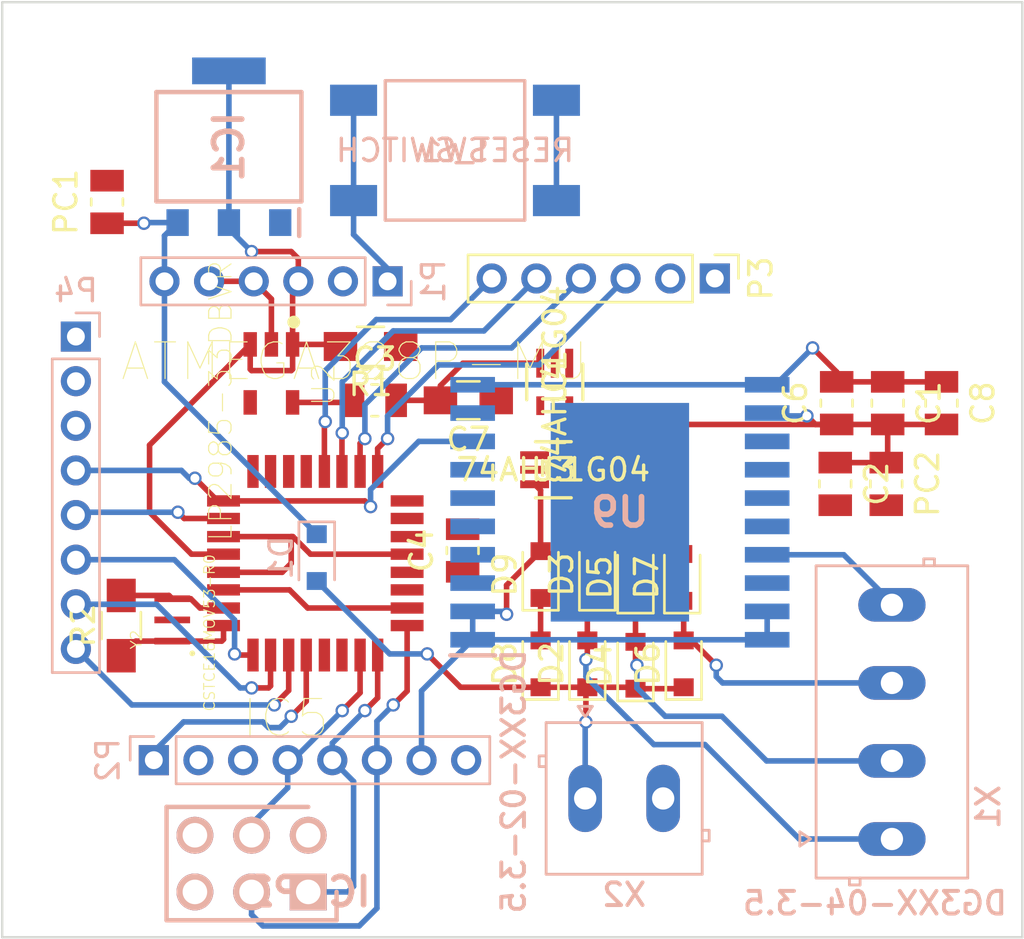
<source format=kicad_pcb>
(kicad_pcb (version 4) (host pcbnew 4.0.7)

  (general
    (links 107)
    (no_connects 33)
    (area 0 0 0 0)
    (thickness 1.6)
    (drawings 8)
    (tracks 249)
    (zones 0)
    (modules 35)
    (nets 50)
  )

  (page A4)
  (layers
    (0 F.Cu signal)
    (31 B.Cu signal)
    (32 B.Adhes user)
    (33 F.Adhes user)
    (34 B.Paste user)
    (35 F.Paste user)
    (36 B.SilkS user)
    (37 F.SilkS user)
    (38 B.Mask user)
    (39 F.Mask user)
    (40 Dwgs.User user)
    (41 Cmts.User user)
    (42 Eco1.User user)
    (43 Eco2.User user)
    (44 Edge.Cuts user)
    (45 Margin user)
    (46 B.CrtYd user)
    (47 F.CrtYd user)
    (48 B.Fab user)
    (49 F.Fab user hide)
  )

  (setup
    (last_trace_width 0.25)
    (trace_clearance 0.2)
    (zone_clearance 0.508)
    (zone_45_only no)
    (trace_min 0.2)
    (segment_width 0.2)
    (edge_width 0.1)
    (via_size 0.6)
    (via_drill 0.4)
    (via_min_size 0.4)
    (via_min_drill 0.3)
    (uvia_size 0.3)
    (uvia_drill 0.1)
    (uvias_allowed no)
    (uvia_min_size 0.2)
    (uvia_min_drill 0.1)
    (pcb_text_width 0.3)
    (pcb_text_size 1.5 1.5)
    (mod_edge_width 0.15)
    (mod_text_size 1 1)
    (mod_text_width 0.15)
    (pad_size 1.5 1.5)
    (pad_drill 0.6)
    (pad_to_mask_clearance 0)
    (aux_axis_origin 0 0)
    (visible_elements 7FFFFFFF)
    (pcbplotparams
      (layerselection 0x00030_80000001)
      (usegerberextensions false)
      (excludeedgelayer true)
      (linewidth 0.100000)
      (plotframeref false)
      (viasonmask false)
      (mode 1)
      (useauxorigin false)
      (hpglpennumber 1)
      (hpglpenspeed 20)
      (hpglpendiameter 15)
      (hpglpenoverlay 2)
      (psnegative false)
      (psa4output false)
      (plotreference true)
      (plotvalue true)
      (plotinvisibletext false)
      (padsonsilk false)
      (subtractmaskfromsilk false)
      (outputformat 1)
      (mirror false)
      (drillshape 1)
      (scaleselection 1)
      (outputdirectory ""))
  )

  (net 0 "")
  (net 1 GND)
  (net 2 +5V)
  (net 3 "Net-(C2-Pad2)")
  (net 4 /Headers/+3V3)
  (net 5 /ATMEGA328P/AREF)
  (net 6 "Net-(C4-Pad2)")
  (net 7 /Driver/PWRIN)
  (net 8 /Headers/VIN)
  (net 9 "/Motor Outputs/PWRIN")
  (net 10 "Net-(IC1-Pad1)")
  (net 11 /ATMEGA328P/PWMA)
  (net 12 /ATMEGA328P/IO4)
  (net 13 "Net-(IC5-Pad7)")
  (net 14 "Net-(IC5-Pad8)")
  (net 15 /ATMEGA328P/IO5)
  (net 16 /ATMEGA328P/IO6)
  (net 17 /ATMEGA328P/IO7)
  (net 18 /ATMEGA328P/IO8)
  (net 19 /ATMEGA328P/IO9)
  (net 20 /ATMEGA328P/SS)
  (net 21 /ATMEGA328P/PWMB)
  (net 22 /ATMEGA328P/DIRA)
  (net 23 /ATMEGA328P/DIRB)
  (net 24 "Net-(IC5-Pad19)")
  (net 25 "Net-(IC5-Pad22)")
  (net 26 /ATMEGA328P/AD0)
  (net 27 /ATMEGA328P/AD1)
  (net 28 /ATMEGA328P/AD2)
  (net 29 /ATMEGA328P/AD3)
  (net 30 /ATMEGA328P/AD4)
  (net 31 /ATMEGA328P/AD5)
  (net 32 /ATMEGA328P/RESET)
  (net 33 /ATMEGA328P/IO0)
  (net 34 /ATMEGA328P/IO1)
  (net 35 /ATMEGA328P/IO2)
  (net 36 "Net-(PC1-Pad2)")
  (net 37 "Net-(PC2-Pad2)")
  (net 38 "Net-(SW1-Pad1)")
  (net 39 "Net-(U2-Pad4)")
  (net 40 "Net-(U3-Pad4)")
  (net 41 "Net-(U4-Pad4)")
  (net 42 "Net-(U9-Pad3)")
  (net 43 /Driver/OUT1)
  (net 44 /Driver/OUT2)
  (net 45 /Driver/OUT3)
  (net 46 /Driver/OUT4)
  (net 47 "Net-(U9-Pad18)")
  (net 48 "Net-(X2-Pad2)")
  (net 49 "Net-(Y2-Pad2)")

  (net_class Default "This is the default net class."
    (clearance 0.2)
    (trace_width 0.25)
    (via_dia 0.6)
    (via_drill 0.4)
    (uvia_dia 0.3)
    (uvia_drill 0.1)
    (add_net +5V)
    (add_net /ATMEGA328P/AD0)
    (add_net /ATMEGA328P/AD1)
    (add_net /ATMEGA328P/AD2)
    (add_net /ATMEGA328P/AD3)
    (add_net /ATMEGA328P/AD4)
    (add_net /ATMEGA328P/AD5)
    (add_net /ATMEGA328P/AREF)
    (add_net /ATMEGA328P/DIRA)
    (add_net /ATMEGA328P/DIRB)
    (add_net /ATMEGA328P/IO0)
    (add_net /ATMEGA328P/IO1)
    (add_net /ATMEGA328P/IO2)
    (add_net /ATMEGA328P/IO4)
    (add_net /ATMEGA328P/IO5)
    (add_net /ATMEGA328P/IO6)
    (add_net /ATMEGA328P/IO7)
    (add_net /ATMEGA328P/IO8)
    (add_net /ATMEGA328P/IO9)
    (add_net /ATMEGA328P/PWMA)
    (add_net /ATMEGA328P/PWMB)
    (add_net /ATMEGA328P/RESET)
    (add_net /ATMEGA328P/SS)
    (add_net /Driver/OUT1)
    (add_net /Driver/OUT2)
    (add_net /Driver/OUT3)
    (add_net /Driver/OUT4)
    (add_net /Driver/PWRIN)
    (add_net /Headers/+3V3)
    (add_net /Headers/VIN)
    (add_net "/Motor Outputs/PWRIN")
    (add_net GND)
    (add_net "Net-(C2-Pad2)")
    (add_net "Net-(C4-Pad2)")
    (add_net "Net-(IC1-Pad1)")
    (add_net "Net-(IC5-Pad19)")
    (add_net "Net-(IC5-Pad22)")
    (add_net "Net-(IC5-Pad7)")
    (add_net "Net-(IC5-Pad8)")
    (add_net "Net-(PC1-Pad2)")
    (add_net "Net-(PC2-Pad2)")
    (add_net "Net-(SW1-Pad1)")
    (add_net "Net-(U2-Pad4)")
    (add_net "Net-(U3-Pad4)")
    (add_net "Net-(U4-Pad4)")
    (add_net "Net-(U9-Pad18)")
    (add_net "Net-(U9-Pad3)")
    (add_net "Net-(X2-Pad2)")
    (add_net "Net-(Y2-Pad2)")
  )

  (module Capacitor_SMD:C_0805_2012Metric (layer F.Cu) (tedit 59FE48B8) (tstamp 5AA7FF7B)
    (at 126.0475 119.5705 270)
    (descr "Capacitor SMD 0805 (2012 Metric), square (rectangular) end terminal, IPC_7351 nominal, (Body size source: http://www.tortai-tech.com/upload/download/2011102023233369053.pdf), generated with kicad-footprint-generator")
    (tags capacitor)
    (path /5A845975/5A0B5B71)
    (attr smd)
    (fp_text reference C1 (at 0 -1.85 270) (layer F.SilkS)
      (effects (font (size 1 1) (thickness 0.15)))
    )
    (fp_text value 1uF (at 0 1.85 270) (layer F.Fab)
      (effects (font (size 1 1) (thickness 0.15)))
    )
    (fp_line (start -1 0.6) (end -1 -0.6) (layer F.Fab) (width 0.1))
    (fp_line (start -1 -0.6) (end 1 -0.6) (layer F.Fab) (width 0.1))
    (fp_line (start 1 -0.6) (end 1 0.6) (layer F.Fab) (width 0.1))
    (fp_line (start 1 0.6) (end -1 0.6) (layer F.Fab) (width 0.1))
    (fp_line (start -0.15 -0.71) (end 0.15 -0.71) (layer F.SilkS) (width 0.12))
    (fp_line (start -0.15 0.71) (end 0.15 0.71) (layer F.SilkS) (width 0.12))
    (fp_line (start -1.69 1) (end -1.69 -1) (layer F.CrtYd) (width 0.05))
    (fp_line (start -1.69 -1) (end 1.69 -1) (layer F.CrtYd) (width 0.05))
    (fp_line (start 1.69 -1) (end 1.69 1) (layer F.CrtYd) (width 0.05))
    (fp_line (start 1.69 1) (end -1.69 1) (layer F.CrtYd) (width 0.05))
    (fp_text user %R (at 0 0 270) (layer F.Fab)
      (effects (font (size 0.5 0.5) (thickness 0.08)))
    )
    (pad 1 smd rect (at -0.955 0 270) (size 0.97 1.5) (layers F.Cu F.Paste F.Mask)
      (net 1 GND))
    (pad 2 smd rect (at 0.955 0 270) (size 0.97 1.5) (layers F.Cu F.Paste F.Mask)
      (net 2 +5V))
    (model ${KISYS3DMOD}/Capacitor_SMD.3dshapes/C_0805_2012Metric.wrl
      (at (xyz 0 0 0))
      (scale (xyz 1 1 1))
      (rotate (xyz 0 0 0))
    )
  )

  (module Capacitor_SMD:C_0805_2012Metric (layer F.Cu) (tedit 59FE48B8) (tstamp 5AA7FF8C)
    (at 123.698 123.19 270)
    (descr "Capacitor SMD 0805 (2012 Metric), square (rectangular) end terminal, IPC_7351 nominal, (Body size source: http://www.tortai-tech.com/upload/download/2011102023233369053.pdf), generated with kicad-footprint-generator")
    (tags capacitor)
    (path /55CCFEA2/55CD0087)
    (attr smd)
    (fp_text reference C2 (at 0 -1.85 270) (layer F.SilkS)
      (effects (font (size 1 1) (thickness 0.15)))
    )
    (fp_text value "0.1 uF" (at 0 1.85 270) (layer F.Fab)
      (effects (font (size 1 1) (thickness 0.15)))
    )
    (fp_line (start -1 0.6) (end -1 -0.6) (layer F.Fab) (width 0.1))
    (fp_line (start -1 -0.6) (end 1 -0.6) (layer F.Fab) (width 0.1))
    (fp_line (start 1 -0.6) (end 1 0.6) (layer F.Fab) (width 0.1))
    (fp_line (start 1 0.6) (end -1 0.6) (layer F.Fab) (width 0.1))
    (fp_line (start -0.15 -0.71) (end 0.15 -0.71) (layer F.SilkS) (width 0.12))
    (fp_line (start -0.15 0.71) (end 0.15 0.71) (layer F.SilkS) (width 0.12))
    (fp_line (start -1.69 1) (end -1.69 -1) (layer F.CrtYd) (width 0.05))
    (fp_line (start -1.69 -1) (end 1.69 -1) (layer F.CrtYd) (width 0.05))
    (fp_line (start 1.69 -1) (end 1.69 1) (layer F.CrtYd) (width 0.05))
    (fp_line (start 1.69 1) (end -1.69 1) (layer F.CrtYd) (width 0.05))
    (fp_text user %R (at 0 0 270) (layer F.Fab)
      (effects (font (size 0.5 0.5) (thickness 0.08)))
    )
    (pad 1 smd rect (at -0.955 0 270) (size 0.97 1.5) (layers F.Cu F.Paste F.Mask)
      (net 2 +5V))
    (pad 2 smd rect (at 0.955 0 270) (size 0.97 1.5) (layers F.Cu F.Paste F.Mask)
      (net 3 "Net-(C2-Pad2)"))
    (model ${KISYS3DMOD}/Capacitor_SMD.3dshapes/C_0805_2012Metric.wrl
      (at (xyz 0 0 0))
      (scale (xyz 1 1 1))
      (rotate (xyz 0 0 0))
    )
  )

  (module Capacitor_SMD:C_0805_2012Metric (layer F.Cu) (tedit 59FE48B8) (tstamp 5AA7FF9D)
    (at 103.0605 119.4435)
    (descr "Capacitor SMD 0805 (2012 Metric), square (rectangular) end terminal, IPC_7351 nominal, (Body size source: http://www.tortai-tech.com/upload/download/2011102023233369053.pdf), generated with kicad-footprint-generator")
    (tags capacitor)
    (path /55CCFEA2/5AA02A53)
    (attr smd)
    (fp_text reference C3 (at 0 -1.85) (layer F.SilkS)
      (effects (font (size 1 1) (thickness 0.15)))
    )
    (fp_text value "1 uF" (at 0 1.85) (layer F.Fab)
      (effects (font (size 1 1) (thickness 0.15)))
    )
    (fp_line (start -1 0.6) (end -1 -0.6) (layer F.Fab) (width 0.1))
    (fp_line (start -1 -0.6) (end 1 -0.6) (layer F.Fab) (width 0.1))
    (fp_line (start 1 -0.6) (end 1 0.6) (layer F.Fab) (width 0.1))
    (fp_line (start 1 0.6) (end -1 0.6) (layer F.Fab) (width 0.1))
    (fp_line (start -0.15 -0.71) (end 0.15 -0.71) (layer F.SilkS) (width 0.12))
    (fp_line (start -0.15 0.71) (end 0.15 0.71) (layer F.SilkS) (width 0.12))
    (fp_line (start -1.69 1) (end -1.69 -1) (layer F.CrtYd) (width 0.05))
    (fp_line (start -1.69 -1) (end 1.69 -1) (layer F.CrtYd) (width 0.05))
    (fp_line (start 1.69 -1) (end 1.69 1) (layer F.CrtYd) (width 0.05))
    (fp_line (start 1.69 1) (end -1.69 1) (layer F.CrtYd) (width 0.05))
    (fp_text user %R (at 0 0) (layer F.Fab)
      (effects (font (size 0.5 0.5) (thickness 0.08)))
    )
    (pad 1 smd rect (at -0.955 0) (size 0.97 1.5) (layers F.Cu F.Paste F.Mask)
      (net 4 /Headers/+3V3))
    (pad 2 smd rect (at 0.955 0) (size 0.97 1.5) (layers F.Cu F.Paste F.Mask)
      (net 1 GND))
    (model ${KISYS3DMOD}/Capacitor_SMD.3dshapes/C_0805_2012Metric.wrl
      (at (xyz 0 0 0))
      (scale (xyz 1 1 1))
      (rotate (xyz 0 0 0))
    )
  )

  (module Capacitor_SMD:C_0805_2012Metric (layer F.Cu) (tedit 59FE48B8) (tstamp 5AA7FFAE)
    (at 106.9975 126.1745 90)
    (descr "Capacitor SMD 0805 (2012 Metric), square (rectangular) end terminal, IPC_7351 nominal, (Body size source: http://www.tortai-tech.com/upload/download/2011102023233369053.pdf), generated with kicad-footprint-generator")
    (tags capacitor)
    (path /55E89CE4/56159BB8)
    (attr smd)
    (fp_text reference C4 (at 0 -1.85 90) (layer F.SilkS)
      (effects (font (size 1 1) (thickness 0.15)))
    )
    (fp_text value "0.1 uF" (at 0 1.85 90) (layer F.Fab)
      (effects (font (size 1 1) (thickness 0.15)))
    )
    (fp_line (start -1 0.6) (end -1 -0.6) (layer F.Fab) (width 0.1))
    (fp_line (start -1 -0.6) (end 1 -0.6) (layer F.Fab) (width 0.1))
    (fp_line (start 1 -0.6) (end 1 0.6) (layer F.Fab) (width 0.1))
    (fp_line (start 1 0.6) (end -1 0.6) (layer F.Fab) (width 0.1))
    (fp_line (start -0.15 -0.71) (end 0.15 -0.71) (layer F.SilkS) (width 0.12))
    (fp_line (start -0.15 0.71) (end 0.15 0.71) (layer F.SilkS) (width 0.12))
    (fp_line (start -1.69 1) (end -1.69 -1) (layer F.CrtYd) (width 0.05))
    (fp_line (start -1.69 -1) (end 1.69 -1) (layer F.CrtYd) (width 0.05))
    (fp_line (start 1.69 -1) (end 1.69 1) (layer F.CrtYd) (width 0.05))
    (fp_line (start 1.69 1) (end -1.69 1) (layer F.CrtYd) (width 0.05))
    (fp_text user %R (at 0 0 90) (layer F.Fab)
      (effects (font (size 0.5 0.5) (thickness 0.08)))
    )
    (pad 1 smd rect (at -0.955 0 90) (size 0.97 1.5) (layers F.Cu F.Paste F.Mask)
      (net 5 /ATMEGA328P/AREF))
    (pad 2 smd rect (at 0.955 0 90) (size 0.97 1.5) (layers F.Cu F.Paste F.Mask)
      (net 6 "Net-(C4-Pad2)"))
    (model ${KISYS3DMOD}/Capacitor_SMD.3dshapes/C_0805_2012Metric.wrl
      (at (xyz 0 0 0))
      (scale (xyz 1 1 1))
      (rotate (xyz 0 0 0))
    )
  )

  (module Capacitor_SMD:C_0805_2012Metric (layer F.Cu) (tedit 59FE48B8) (tstamp 5AA7FFBF)
    (at 123.7615 119.5705 90)
    (descr "Capacitor SMD 0805 (2012 Metric), square (rectangular) end terminal, IPC_7351 nominal, (Body size source: http://www.tortai-tech.com/upload/download/2011102023233369053.pdf), generated with kicad-footprint-generator")
    (tags capacitor)
    (path /55E89CE4/56159BD3)
    (attr smd)
    (fp_text reference C6 (at 0 -1.85 90) (layer F.SilkS)
      (effects (font (size 1 1) (thickness 0.15)))
    )
    (fp_text value "0.1 uF" (at 0 1.85 90) (layer F.Fab)
      (effects (font (size 1 1) (thickness 0.15)))
    )
    (fp_line (start -1 0.6) (end -1 -0.6) (layer F.Fab) (width 0.1))
    (fp_line (start -1 -0.6) (end 1 -0.6) (layer F.Fab) (width 0.1))
    (fp_line (start 1 -0.6) (end 1 0.6) (layer F.Fab) (width 0.1))
    (fp_line (start 1 0.6) (end -1 0.6) (layer F.Fab) (width 0.1))
    (fp_line (start -0.15 -0.71) (end 0.15 -0.71) (layer F.SilkS) (width 0.12))
    (fp_line (start -0.15 0.71) (end 0.15 0.71) (layer F.SilkS) (width 0.12))
    (fp_line (start -1.69 1) (end -1.69 -1) (layer F.CrtYd) (width 0.05))
    (fp_line (start -1.69 -1) (end 1.69 -1) (layer F.CrtYd) (width 0.05))
    (fp_line (start 1.69 -1) (end 1.69 1) (layer F.CrtYd) (width 0.05))
    (fp_line (start 1.69 1) (end -1.69 1) (layer F.CrtYd) (width 0.05))
    (fp_text user %R (at 0 0 90) (layer F.Fab)
      (effects (font (size 0.5 0.5) (thickness 0.08)))
    )
    (pad 1 smd rect (at -0.955 0 90) (size 0.97 1.5) (layers F.Cu F.Paste F.Mask)
      (net 2 +5V))
    (pad 2 smd rect (at 0.955 0 90) (size 0.97 1.5) (layers F.Cu F.Paste F.Mask)
      (net 1 GND))
    (model ${KISYS3DMOD}/Capacitor_SMD.3dshapes/C_0805_2012Metric.wrl
      (at (xyz 0 0 0))
      (scale (xyz 1 1 1))
      (rotate (xyz 0 0 0))
    )
  )

  (module Capacitors_SMD:C_0805_HandSoldering (layer F.Cu) (tedit 58AA84A8) (tstamp 5AA7FFD0)
    (at 107.2515 119.4435 180)
    (descr "Capacitor SMD 0805, hand soldering")
    (tags "capacitor 0805")
    (path /5A845975/5AA17B72)
    (attr smd)
    (fp_text reference C7 (at 0 -1.75 180) (layer F.SilkS)
      (effects (font (size 1 1) (thickness 0.15)))
    )
    (fp_text value 100uF,25V (at 0 1.75 180) (layer F.Fab)
      (effects (font (size 1 1) (thickness 0.15)))
    )
    (fp_text user %R (at 0 -1.75 180) (layer F.Fab)
      (effects (font (size 1 1) (thickness 0.15)))
    )
    (fp_line (start -1 0.62) (end -1 -0.62) (layer F.Fab) (width 0.1))
    (fp_line (start 1 0.62) (end -1 0.62) (layer F.Fab) (width 0.1))
    (fp_line (start 1 -0.62) (end 1 0.62) (layer F.Fab) (width 0.1))
    (fp_line (start -1 -0.62) (end 1 -0.62) (layer F.Fab) (width 0.1))
    (fp_line (start 0.5 -0.85) (end -0.5 -0.85) (layer F.SilkS) (width 0.12))
    (fp_line (start -0.5 0.85) (end 0.5 0.85) (layer F.SilkS) (width 0.12))
    (fp_line (start -2.25 -0.88) (end 2.25 -0.88) (layer F.CrtYd) (width 0.05))
    (fp_line (start -2.25 -0.88) (end -2.25 0.87) (layer F.CrtYd) (width 0.05))
    (fp_line (start 2.25 0.87) (end 2.25 -0.88) (layer F.CrtYd) (width 0.05))
    (fp_line (start 2.25 0.87) (end -2.25 0.87) (layer F.CrtYd) (width 0.05))
    (pad 1 smd rect (at -1.25 0 180) (size 1.5 1.25) (layers F.Cu F.Paste F.Mask)
      (net 7 /Driver/PWRIN))
    (pad 2 smd rect (at 1.25 0 180) (size 1.5 1.25) (layers F.Cu F.Paste F.Mask)
      (net 1 GND))
    (model Capacitors_SMD.3dshapes/C_0805.wrl
      (at (xyz 0 0 0))
      (scale (xyz 1 1 1))
      (rotate (xyz 0 0 0))
    )
  )

  (module Capacitor_SMD:C_0805_2012Metric (layer F.Cu) (tedit 59FE48B8) (tstamp 5AA7FFE1)
    (at 128.4605 119.5705 270)
    (descr "Capacitor SMD 0805 (2012 Metric), square (rectangular) end terminal, IPC_7351 nominal, (Body size source: http://www.tortai-tech.com/upload/download/2011102023233369053.pdf), generated with kicad-footprint-generator")
    (tags capacitor)
    (path /5A845975/5A0B4FB6)
    (attr smd)
    (fp_text reference C8 (at 0 -1.85 270) (layer F.SilkS)
      (effects (font (size 1 1) (thickness 0.15)))
    )
    (fp_text value 0.1uF (at 0 1.85 270) (layer F.Fab)
      (effects (font (size 1 1) (thickness 0.15)))
    )
    (fp_line (start -1 0.6) (end -1 -0.6) (layer F.Fab) (width 0.1))
    (fp_line (start -1 -0.6) (end 1 -0.6) (layer F.Fab) (width 0.1))
    (fp_line (start 1 -0.6) (end 1 0.6) (layer F.Fab) (width 0.1))
    (fp_line (start 1 0.6) (end -1 0.6) (layer F.Fab) (width 0.1))
    (fp_line (start -0.15 -0.71) (end 0.15 -0.71) (layer F.SilkS) (width 0.12))
    (fp_line (start -0.15 0.71) (end 0.15 0.71) (layer F.SilkS) (width 0.12))
    (fp_line (start -1.69 1) (end -1.69 -1) (layer F.CrtYd) (width 0.05))
    (fp_line (start -1.69 -1) (end 1.69 -1) (layer F.CrtYd) (width 0.05))
    (fp_line (start 1.69 -1) (end 1.69 1) (layer F.CrtYd) (width 0.05))
    (fp_line (start 1.69 1) (end -1.69 1) (layer F.CrtYd) (width 0.05))
    (fp_text user %R (at 0 0 270) (layer F.Fab)
      (effects (font (size 0.5 0.5) (thickness 0.08)))
    )
    (pad 1 smd rect (at -0.955 0 270) (size 0.97 1.5) (layers F.Cu F.Paste F.Mask)
      (net 1 GND))
    (pad 2 smd rect (at 0.955 0 270) (size 0.97 1.5) (layers F.Cu F.Paste F.Mask)
      (net 2 +5V))
    (model ${KISYS3DMOD}/Capacitor_SMD.3dshapes/C_0805_2012Metric.wrl
      (at (xyz 0 0 0))
      (scale (xyz 1 1 1))
      (rotate (xyz 0 0 0))
    )
  )

  (module Diodes_SMD:D_0805 (layer B.Cu) (tedit 590CE9A4) (tstamp 5AA7FFF9)
    (at 100.457 126.492 270)
    (descr "Diode SMD in 0805 package http://datasheets.avx.com/schottky.pdf")
    (tags "smd diode")
    (path /55CCFEA2/5A9FF517)
    (attr smd)
    (fp_text reference D1 (at 0 1.6 270) (layer B.SilkS)
      (effects (font (size 1 1) (thickness 0.15)) (justify mirror))
    )
    (fp_text value D (at 0 -1.7 270) (layer B.Fab)
      (effects (font (size 1 1) (thickness 0.15)) (justify mirror))
    )
    (fp_text user %R (at 0 1.6 270) (layer B.Fab)
      (effects (font (size 1 1) (thickness 0.15)) (justify mirror))
    )
    (fp_line (start -1.6 0.8) (end -1.6 -0.8) (layer B.SilkS) (width 0.12))
    (fp_line (start -1.7 -0.88) (end -1.7 0.88) (layer B.CrtYd) (width 0.05))
    (fp_line (start 1.7 -0.88) (end -1.7 -0.88) (layer B.CrtYd) (width 0.05))
    (fp_line (start 1.7 0.88) (end 1.7 -0.88) (layer B.CrtYd) (width 0.05))
    (fp_line (start -1.7 0.88) (end 1.7 0.88) (layer B.CrtYd) (width 0.05))
    (fp_line (start 0.2 0) (end 0.4 0) (layer B.Fab) (width 0.1))
    (fp_line (start -0.1 0) (end -0.3 0) (layer B.Fab) (width 0.1))
    (fp_line (start -0.1 0.2) (end -0.1 -0.2) (layer B.Fab) (width 0.1))
    (fp_line (start 0.2 -0.2) (end 0.2 0.2) (layer B.Fab) (width 0.1))
    (fp_line (start -0.1 0) (end 0.2 -0.2) (layer B.Fab) (width 0.1))
    (fp_line (start 0.2 0.2) (end -0.1 0) (layer B.Fab) (width 0.1))
    (fp_line (start -1 -0.65) (end -1 0.65) (layer B.Fab) (width 0.1))
    (fp_line (start 1 -0.65) (end -1 -0.65) (layer B.Fab) (width 0.1))
    (fp_line (start 1 0.65) (end 1 -0.65) (layer B.Fab) (width 0.1))
    (fp_line (start -1 0.65) (end 1 0.65) (layer B.Fab) (width 0.1))
    (fp_line (start -1.6 -0.8) (end 1 -0.8) (layer B.SilkS) (width 0.12))
    (fp_line (start -1.6 0.8) (end 1 0.8) (layer B.SilkS) (width 0.12))
    (pad 1 smd rect (at -1.05 0 270) (size 0.8 0.9) (layers B.Cu B.Paste B.Mask)
      (net 8 /Headers/VIN))
    (pad 2 smd rect (at 1.05 0 270) (size 0.8 0.9) (layers B.Cu B.Paste B.Mask)
      (net 9 "/Motor Outputs/PWRIN"))
    (model ${KISYS3DMOD}/Diodes_SMD.3dshapes/D_0805.wrl
      (at (xyz 0 0 0))
      (scale (xyz 1 1 1))
      (rotate (xyz 0 0 0))
    )
  )

  (module Diodes_SMD:D_0805 (layer F.Cu) (tedit 590CE9A4) (tstamp 5AA80011)
    (at 112.5855 131.2545 90)
    (descr "Diode SMD in 0805 package http://datasheets.avx.com/schottky.pdf")
    (tags "smd diode")
    (path /5A845897/5AA7D6C2)
    (attr smd)
    (fp_text reference D2 (at 0 -1.6 90) (layer F.SilkS)
      (effects (font (size 1 1) (thickness 0.15)))
    )
    (fp_text value D (at 0 1.7 90) (layer F.Fab)
      (effects (font (size 1 1) (thickness 0.15)))
    )
    (fp_text user %R (at 0 -1.6 90) (layer F.Fab)
      (effects (font (size 1 1) (thickness 0.15)))
    )
    (fp_line (start -1.6 -0.8) (end -1.6 0.8) (layer F.SilkS) (width 0.12))
    (fp_line (start -1.7 0.88) (end -1.7 -0.88) (layer F.CrtYd) (width 0.05))
    (fp_line (start 1.7 0.88) (end -1.7 0.88) (layer F.CrtYd) (width 0.05))
    (fp_line (start 1.7 -0.88) (end 1.7 0.88) (layer F.CrtYd) (width 0.05))
    (fp_line (start -1.7 -0.88) (end 1.7 -0.88) (layer F.CrtYd) (width 0.05))
    (fp_line (start 0.2 0) (end 0.4 0) (layer F.Fab) (width 0.1))
    (fp_line (start -0.1 0) (end -0.3 0) (layer F.Fab) (width 0.1))
    (fp_line (start -0.1 -0.2) (end -0.1 0.2) (layer F.Fab) (width 0.1))
    (fp_line (start 0.2 0.2) (end 0.2 -0.2) (layer F.Fab) (width 0.1))
    (fp_line (start -0.1 0) (end 0.2 0.2) (layer F.Fab) (width 0.1))
    (fp_line (start 0.2 -0.2) (end -0.1 0) (layer F.Fab) (width 0.1))
    (fp_line (start -1 0.65) (end -1 -0.65) (layer F.Fab) (width 0.1))
    (fp_line (start 1 0.65) (end -1 0.65) (layer F.Fab) (width 0.1))
    (fp_line (start 1 -0.65) (end 1 0.65) (layer F.Fab) (width 0.1))
    (fp_line (start -1 -0.65) (end 1 -0.65) (layer F.Fab) (width 0.1))
    (fp_line (start -1.6 0.8) (end 1 0.8) (layer F.SilkS) (width 0.12))
    (fp_line (start -1.6 -0.8) (end 1 -0.8) (layer F.SilkS) (width 0.12))
    (pad 1 smd rect (at -1.05 0 90) (size 0.8 0.9) (layers F.Cu F.Paste F.Mask)
      (net 9 "/Motor Outputs/PWRIN"))
    (pad 2 smd rect (at 1.05 0 90) (size 0.8 0.9) (layers F.Cu F.Paste F.Mask)
      (net 43 /Driver/OUT1))
    (model ${KISYS3DMOD}/Diodes_SMD.3dshapes/D_0805.wrl
      (at (xyz 0 0 0))
      (scale (xyz 1 1 1))
      (rotate (xyz 0 0 0))
    )
  )

  (module Diodes_SMD:D_0805 (layer F.Cu) (tedit 590CE9A4) (tstamp 5AA80029)
    (at 113.03 127.254 90)
    (descr "Diode SMD in 0805 package http://datasheets.avx.com/schottky.pdf")
    (tags "smd diode")
    (path /5A845897/5AA7FA31)
    (attr smd)
    (fp_text reference D3 (at 0 -1.6 90) (layer F.SilkS)
      (effects (font (size 1 1) (thickness 0.15)))
    )
    (fp_text value D (at 0 1.7 90) (layer F.Fab)
      (effects (font (size 1 1) (thickness 0.15)))
    )
    (fp_text user %R (at 0 -1.6 90) (layer F.Fab)
      (effects (font (size 1 1) (thickness 0.15)))
    )
    (fp_line (start -1.6 -0.8) (end -1.6 0.8) (layer F.SilkS) (width 0.12))
    (fp_line (start -1.7 0.88) (end -1.7 -0.88) (layer F.CrtYd) (width 0.05))
    (fp_line (start 1.7 0.88) (end -1.7 0.88) (layer F.CrtYd) (width 0.05))
    (fp_line (start 1.7 -0.88) (end 1.7 0.88) (layer F.CrtYd) (width 0.05))
    (fp_line (start -1.7 -0.88) (end 1.7 -0.88) (layer F.CrtYd) (width 0.05))
    (fp_line (start 0.2 0) (end 0.4 0) (layer F.Fab) (width 0.1))
    (fp_line (start -0.1 0) (end -0.3 0) (layer F.Fab) (width 0.1))
    (fp_line (start -0.1 -0.2) (end -0.1 0.2) (layer F.Fab) (width 0.1))
    (fp_line (start 0.2 0.2) (end 0.2 -0.2) (layer F.Fab) (width 0.1))
    (fp_line (start -0.1 0) (end 0.2 0.2) (layer F.Fab) (width 0.1))
    (fp_line (start 0.2 -0.2) (end -0.1 0) (layer F.Fab) (width 0.1))
    (fp_line (start -1 0.65) (end -1 -0.65) (layer F.Fab) (width 0.1))
    (fp_line (start 1 0.65) (end -1 0.65) (layer F.Fab) (width 0.1))
    (fp_line (start 1 -0.65) (end 1 0.65) (layer F.Fab) (width 0.1))
    (fp_line (start -1 -0.65) (end 1 -0.65) (layer F.Fab) (width 0.1))
    (fp_line (start -1.6 0.8) (end 1 0.8) (layer F.SilkS) (width 0.12))
    (fp_line (start -1.6 -0.8) (end 1 -0.8) (layer F.SilkS) (width 0.12))
    (pad 1 smd rect (at -1.05 0 90) (size 0.8 0.9) (layers F.Cu F.Paste F.Mask)
      (net 43 /Driver/OUT1))
    (pad 2 smd rect (at 1.05 0 90) (size 0.8 0.9) (layers F.Cu F.Paste F.Mask)
      (net 1 GND))
    (model ${KISYS3DMOD}/Diodes_SMD.3dshapes/D_0805.wrl
      (at (xyz 0 0 0))
      (scale (xyz 1 1 1))
      (rotate (xyz 0 0 0))
    )
  )

  (module Diodes_SMD:D_0805 (layer F.Cu) (tedit 590CE9A4) (tstamp 5AA80041)
    (at 114.7445 131.318 90)
    (descr "Diode SMD in 0805 package http://datasheets.avx.com/schottky.pdf")
    (tags "smd diode")
    (path /5A845897/5AA7D743)
    (attr smd)
    (fp_text reference D4 (at 0 -1.6 90) (layer F.SilkS)
      (effects (font (size 1 1) (thickness 0.15)))
    )
    (fp_text value D (at 0 1.7 90) (layer F.Fab)
      (effects (font (size 1 1) (thickness 0.15)))
    )
    (fp_text user %R (at 0 -1.6 90) (layer F.Fab)
      (effects (font (size 1 1) (thickness 0.15)))
    )
    (fp_line (start -1.6 -0.8) (end -1.6 0.8) (layer F.SilkS) (width 0.12))
    (fp_line (start -1.7 0.88) (end -1.7 -0.88) (layer F.CrtYd) (width 0.05))
    (fp_line (start 1.7 0.88) (end -1.7 0.88) (layer F.CrtYd) (width 0.05))
    (fp_line (start 1.7 -0.88) (end 1.7 0.88) (layer F.CrtYd) (width 0.05))
    (fp_line (start -1.7 -0.88) (end 1.7 -0.88) (layer F.CrtYd) (width 0.05))
    (fp_line (start 0.2 0) (end 0.4 0) (layer F.Fab) (width 0.1))
    (fp_line (start -0.1 0) (end -0.3 0) (layer F.Fab) (width 0.1))
    (fp_line (start -0.1 -0.2) (end -0.1 0.2) (layer F.Fab) (width 0.1))
    (fp_line (start 0.2 0.2) (end 0.2 -0.2) (layer F.Fab) (width 0.1))
    (fp_line (start -0.1 0) (end 0.2 0.2) (layer F.Fab) (width 0.1))
    (fp_line (start 0.2 -0.2) (end -0.1 0) (layer F.Fab) (width 0.1))
    (fp_line (start -1 0.65) (end -1 -0.65) (layer F.Fab) (width 0.1))
    (fp_line (start 1 0.65) (end -1 0.65) (layer F.Fab) (width 0.1))
    (fp_line (start 1 -0.65) (end 1 0.65) (layer F.Fab) (width 0.1))
    (fp_line (start -1 -0.65) (end 1 -0.65) (layer F.Fab) (width 0.1))
    (fp_line (start -1.6 0.8) (end 1 0.8) (layer F.SilkS) (width 0.12))
    (fp_line (start -1.6 -0.8) (end 1 -0.8) (layer F.SilkS) (width 0.12))
    (pad 1 smd rect (at -1.05 0 90) (size 0.8 0.9) (layers F.Cu F.Paste F.Mask)
      (net 9 "/Motor Outputs/PWRIN"))
    (pad 2 smd rect (at 1.05 0 90) (size 0.8 0.9) (layers F.Cu F.Paste F.Mask)
      (net 44 /Driver/OUT2))
    (model ${KISYS3DMOD}/Diodes_SMD.3dshapes/D_0805.wrl
      (at (xyz 0 0 0))
      (scale (xyz 1 1 1))
      (rotate (xyz 0 0 0))
    )
  )

  (module Diodes_SMD:D_0805 (layer F.Cu) (tedit 590CE9A4) (tstamp 5AA80059)
    (at 114.7445 127.381 90)
    (descr "Diode SMD in 0805 package http://datasheets.avx.com/schottky.pdf")
    (tags "smd diode")
    (path /5A845897/5AA7F99A)
    (attr smd)
    (fp_text reference D5 (at 0 -1.6 90) (layer F.SilkS)
      (effects (font (size 1 1) (thickness 0.15)))
    )
    (fp_text value D (at 0 1.7 90) (layer F.Fab)
      (effects (font (size 1 1) (thickness 0.15)))
    )
    (fp_text user %R (at 0 -1.6 90) (layer F.Fab)
      (effects (font (size 1 1) (thickness 0.15)))
    )
    (fp_line (start -1.6 -0.8) (end -1.6 0.8) (layer F.SilkS) (width 0.12))
    (fp_line (start -1.7 0.88) (end -1.7 -0.88) (layer F.CrtYd) (width 0.05))
    (fp_line (start 1.7 0.88) (end -1.7 0.88) (layer F.CrtYd) (width 0.05))
    (fp_line (start 1.7 -0.88) (end 1.7 0.88) (layer F.CrtYd) (width 0.05))
    (fp_line (start -1.7 -0.88) (end 1.7 -0.88) (layer F.CrtYd) (width 0.05))
    (fp_line (start 0.2 0) (end 0.4 0) (layer F.Fab) (width 0.1))
    (fp_line (start -0.1 0) (end -0.3 0) (layer F.Fab) (width 0.1))
    (fp_line (start -0.1 -0.2) (end -0.1 0.2) (layer F.Fab) (width 0.1))
    (fp_line (start 0.2 0.2) (end 0.2 -0.2) (layer F.Fab) (width 0.1))
    (fp_line (start -0.1 0) (end 0.2 0.2) (layer F.Fab) (width 0.1))
    (fp_line (start 0.2 -0.2) (end -0.1 0) (layer F.Fab) (width 0.1))
    (fp_line (start -1 0.65) (end -1 -0.65) (layer F.Fab) (width 0.1))
    (fp_line (start 1 0.65) (end -1 0.65) (layer F.Fab) (width 0.1))
    (fp_line (start 1 -0.65) (end 1 0.65) (layer F.Fab) (width 0.1))
    (fp_line (start -1 -0.65) (end 1 -0.65) (layer F.Fab) (width 0.1))
    (fp_line (start -1.6 0.8) (end 1 0.8) (layer F.SilkS) (width 0.12))
    (fp_line (start -1.6 -0.8) (end 1 -0.8) (layer F.SilkS) (width 0.12))
    (pad 1 smd rect (at -1.05 0 90) (size 0.8 0.9) (layers F.Cu F.Paste F.Mask)
      (net 44 /Driver/OUT2))
    (pad 2 smd rect (at 1.05 0 90) (size 0.8 0.9) (layers F.Cu F.Paste F.Mask)
      (net 1 GND))
    (model ${KISYS3DMOD}/Diodes_SMD.3dshapes/D_0805.wrl
      (at (xyz 0 0 0))
      (scale (xyz 1 1 1))
      (rotate (xyz 0 0 0))
    )
  )

  (module Diodes_SMD:D_0805 (layer F.Cu) (tedit 590CE9A4) (tstamp 5AA80071)
    (at 116.9035 131.2545 90)
    (descr "Diode SMD in 0805 package http://datasheets.avx.com/schottky.pdf")
    (tags "smd diode")
    (path /5A845897/5AA7D774)
    (attr smd)
    (fp_text reference D6 (at 0 -1.6 90) (layer F.SilkS)
      (effects (font (size 1 1) (thickness 0.15)))
    )
    (fp_text value D (at 0 1.7 90) (layer F.Fab)
      (effects (font (size 1 1) (thickness 0.15)))
    )
    (fp_text user %R (at 0 -1.6 90) (layer F.Fab)
      (effects (font (size 1 1) (thickness 0.15)))
    )
    (fp_line (start -1.6 -0.8) (end -1.6 0.8) (layer F.SilkS) (width 0.12))
    (fp_line (start -1.7 0.88) (end -1.7 -0.88) (layer F.CrtYd) (width 0.05))
    (fp_line (start 1.7 0.88) (end -1.7 0.88) (layer F.CrtYd) (width 0.05))
    (fp_line (start 1.7 -0.88) (end 1.7 0.88) (layer F.CrtYd) (width 0.05))
    (fp_line (start -1.7 -0.88) (end 1.7 -0.88) (layer F.CrtYd) (width 0.05))
    (fp_line (start 0.2 0) (end 0.4 0) (layer F.Fab) (width 0.1))
    (fp_line (start -0.1 0) (end -0.3 0) (layer F.Fab) (width 0.1))
    (fp_line (start -0.1 -0.2) (end -0.1 0.2) (layer F.Fab) (width 0.1))
    (fp_line (start 0.2 0.2) (end 0.2 -0.2) (layer F.Fab) (width 0.1))
    (fp_line (start -0.1 0) (end 0.2 0.2) (layer F.Fab) (width 0.1))
    (fp_line (start 0.2 -0.2) (end -0.1 0) (layer F.Fab) (width 0.1))
    (fp_line (start -1 0.65) (end -1 -0.65) (layer F.Fab) (width 0.1))
    (fp_line (start 1 0.65) (end -1 0.65) (layer F.Fab) (width 0.1))
    (fp_line (start 1 -0.65) (end 1 0.65) (layer F.Fab) (width 0.1))
    (fp_line (start -1 -0.65) (end 1 -0.65) (layer F.Fab) (width 0.1))
    (fp_line (start -1.6 0.8) (end 1 0.8) (layer F.SilkS) (width 0.12))
    (fp_line (start -1.6 -0.8) (end 1 -0.8) (layer F.SilkS) (width 0.12))
    (pad 1 smd rect (at -1.05 0 90) (size 0.8 0.9) (layers F.Cu F.Paste F.Mask)
      (net 9 "/Motor Outputs/PWRIN"))
    (pad 2 smd rect (at 1.05 0 90) (size 0.8 0.9) (layers F.Cu F.Paste F.Mask)
      (net 45 /Driver/OUT3))
    (model ${KISYS3DMOD}/Diodes_SMD.3dshapes/D_0805.wrl
      (at (xyz 0 0 0))
      (scale (xyz 1 1 1))
      (rotate (xyz 0 0 0))
    )
  )

  (module Diodes_SMD:D_0805 (layer F.Cu) (tedit 590CE9A4) (tstamp 5AA80089)
    (at 116.84 127.381 90)
    (descr "Diode SMD in 0805 package http://datasheets.avx.com/schottky.pdf")
    (tags "smd diode")
    (path /5A845897/5AA7F96F)
    (attr smd)
    (fp_text reference D7 (at 0 -1.6 90) (layer F.SilkS)
      (effects (font (size 1 1) (thickness 0.15)))
    )
    (fp_text value D (at 0 1.7 90) (layer F.Fab)
      (effects (font (size 1 1) (thickness 0.15)))
    )
    (fp_text user %R (at 0 -1.6 90) (layer F.Fab)
      (effects (font (size 1 1) (thickness 0.15)))
    )
    (fp_line (start -1.6 -0.8) (end -1.6 0.8) (layer F.SilkS) (width 0.12))
    (fp_line (start -1.7 0.88) (end -1.7 -0.88) (layer F.CrtYd) (width 0.05))
    (fp_line (start 1.7 0.88) (end -1.7 0.88) (layer F.CrtYd) (width 0.05))
    (fp_line (start 1.7 -0.88) (end 1.7 0.88) (layer F.CrtYd) (width 0.05))
    (fp_line (start -1.7 -0.88) (end 1.7 -0.88) (layer F.CrtYd) (width 0.05))
    (fp_line (start 0.2 0) (end 0.4 0) (layer F.Fab) (width 0.1))
    (fp_line (start -0.1 0) (end -0.3 0) (layer F.Fab) (width 0.1))
    (fp_line (start -0.1 -0.2) (end -0.1 0.2) (layer F.Fab) (width 0.1))
    (fp_line (start 0.2 0.2) (end 0.2 -0.2) (layer F.Fab) (width 0.1))
    (fp_line (start -0.1 0) (end 0.2 0.2) (layer F.Fab) (width 0.1))
    (fp_line (start 0.2 -0.2) (end -0.1 0) (layer F.Fab) (width 0.1))
    (fp_line (start -1 0.65) (end -1 -0.65) (layer F.Fab) (width 0.1))
    (fp_line (start 1 0.65) (end -1 0.65) (layer F.Fab) (width 0.1))
    (fp_line (start 1 -0.65) (end 1 0.65) (layer F.Fab) (width 0.1))
    (fp_line (start -1 -0.65) (end 1 -0.65) (layer F.Fab) (width 0.1))
    (fp_line (start -1.6 0.8) (end 1 0.8) (layer F.SilkS) (width 0.12))
    (fp_line (start -1.6 -0.8) (end 1 -0.8) (layer F.SilkS) (width 0.12))
    (pad 1 smd rect (at -1.05 0 90) (size 0.8 0.9) (layers F.Cu F.Paste F.Mask)
      (net 45 /Driver/OUT3))
    (pad 2 smd rect (at 1.05 0 90) (size 0.8 0.9) (layers F.Cu F.Paste F.Mask)
      (net 1 GND))
    (model ${KISYS3DMOD}/Diodes_SMD.3dshapes/D_0805.wrl
      (at (xyz 0 0 0))
      (scale (xyz 1 1 1))
      (rotate (xyz 0 0 0))
    )
  )

  (module Diodes_SMD:D_0805 (layer F.Cu) (tedit 590CE9A4) (tstamp 5AA800A1)
    (at 110.49 131.2545 90)
    (descr "Diode SMD in 0805 package http://datasheets.avx.com/schottky.pdf")
    (tags "smd diode")
    (path /5A845897/5AA7D7A7)
    (attr smd)
    (fp_text reference D8 (at 0 -1.6 90) (layer F.SilkS)
      (effects (font (size 1 1) (thickness 0.15)))
    )
    (fp_text value D (at 0 1.7 90) (layer F.Fab)
      (effects (font (size 1 1) (thickness 0.15)))
    )
    (fp_text user %R (at 0 -1.6 90) (layer F.Fab)
      (effects (font (size 1 1) (thickness 0.15)))
    )
    (fp_line (start -1.6 -0.8) (end -1.6 0.8) (layer F.SilkS) (width 0.12))
    (fp_line (start -1.7 0.88) (end -1.7 -0.88) (layer F.CrtYd) (width 0.05))
    (fp_line (start 1.7 0.88) (end -1.7 0.88) (layer F.CrtYd) (width 0.05))
    (fp_line (start 1.7 -0.88) (end 1.7 0.88) (layer F.CrtYd) (width 0.05))
    (fp_line (start -1.7 -0.88) (end 1.7 -0.88) (layer F.CrtYd) (width 0.05))
    (fp_line (start 0.2 0) (end 0.4 0) (layer F.Fab) (width 0.1))
    (fp_line (start -0.1 0) (end -0.3 0) (layer F.Fab) (width 0.1))
    (fp_line (start -0.1 -0.2) (end -0.1 0.2) (layer F.Fab) (width 0.1))
    (fp_line (start 0.2 0.2) (end 0.2 -0.2) (layer F.Fab) (width 0.1))
    (fp_line (start -0.1 0) (end 0.2 0.2) (layer F.Fab) (width 0.1))
    (fp_line (start 0.2 -0.2) (end -0.1 0) (layer F.Fab) (width 0.1))
    (fp_line (start -1 0.65) (end -1 -0.65) (layer F.Fab) (width 0.1))
    (fp_line (start 1 0.65) (end -1 0.65) (layer F.Fab) (width 0.1))
    (fp_line (start 1 -0.65) (end 1 0.65) (layer F.Fab) (width 0.1))
    (fp_line (start -1 -0.65) (end 1 -0.65) (layer F.Fab) (width 0.1))
    (fp_line (start -1.6 0.8) (end 1 0.8) (layer F.SilkS) (width 0.12))
    (fp_line (start -1.6 -0.8) (end 1 -0.8) (layer F.SilkS) (width 0.12))
    (pad 1 smd rect (at -1.05 0 90) (size 0.8 0.9) (layers F.Cu F.Paste F.Mask)
      (net 9 "/Motor Outputs/PWRIN"))
    (pad 2 smd rect (at 1.05 0 90) (size 0.8 0.9) (layers F.Cu F.Paste F.Mask)
      (net 46 /Driver/OUT4))
    (model ${KISYS3DMOD}/Diodes_SMD.3dshapes/D_0805.wrl
      (at (xyz 0 0 0))
      (scale (xyz 1 1 1))
      (rotate (xyz 0 0 0))
    )
  )

  (module Diodes_SMD:D_0805 (layer F.Cu) (tedit 590CE9A4) (tstamp 5AA800B9)
    (at 110.49 127.254 90)
    (descr "Diode SMD in 0805 package http://datasheets.avx.com/schottky.pdf")
    (tags "smd diode")
    (path /5A845897/5AA7F90A)
    (attr smd)
    (fp_text reference D9 (at 0 -1.6 90) (layer F.SilkS)
      (effects (font (size 1 1) (thickness 0.15)))
    )
    (fp_text value D (at 0 1.7 90) (layer F.Fab)
      (effects (font (size 1 1) (thickness 0.15)))
    )
    (fp_text user %R (at 0 -1.6 90) (layer F.Fab)
      (effects (font (size 1 1) (thickness 0.15)))
    )
    (fp_line (start -1.6 -0.8) (end -1.6 0.8) (layer F.SilkS) (width 0.12))
    (fp_line (start -1.7 0.88) (end -1.7 -0.88) (layer F.CrtYd) (width 0.05))
    (fp_line (start 1.7 0.88) (end -1.7 0.88) (layer F.CrtYd) (width 0.05))
    (fp_line (start 1.7 -0.88) (end 1.7 0.88) (layer F.CrtYd) (width 0.05))
    (fp_line (start -1.7 -0.88) (end 1.7 -0.88) (layer F.CrtYd) (width 0.05))
    (fp_line (start 0.2 0) (end 0.4 0) (layer F.Fab) (width 0.1))
    (fp_line (start -0.1 0) (end -0.3 0) (layer F.Fab) (width 0.1))
    (fp_line (start -0.1 -0.2) (end -0.1 0.2) (layer F.Fab) (width 0.1))
    (fp_line (start 0.2 0.2) (end 0.2 -0.2) (layer F.Fab) (width 0.1))
    (fp_line (start -0.1 0) (end 0.2 0.2) (layer F.Fab) (width 0.1))
    (fp_line (start 0.2 -0.2) (end -0.1 0) (layer F.Fab) (width 0.1))
    (fp_line (start -1 0.65) (end -1 -0.65) (layer F.Fab) (width 0.1))
    (fp_line (start 1 0.65) (end -1 0.65) (layer F.Fab) (width 0.1))
    (fp_line (start 1 -0.65) (end 1 0.65) (layer F.Fab) (width 0.1))
    (fp_line (start -1 -0.65) (end 1 -0.65) (layer F.Fab) (width 0.1))
    (fp_line (start -1.6 0.8) (end 1 0.8) (layer F.SilkS) (width 0.12))
    (fp_line (start -1.6 -0.8) (end 1 -0.8) (layer F.SilkS) (width 0.12))
    (pad 1 smd rect (at -1.05 0 90) (size 0.8 0.9) (layers F.Cu F.Paste F.Mask)
      (net 46 /Driver/OUT4))
    (pad 2 smd rect (at 1.05 0 90) (size 0.8 0.9) (layers F.Cu F.Paste F.Mask)
      (net 1 GND))
    (model ${KISYS3DMOD}/Diodes_SMD.3dshapes/D_0805.wrl
      (at (xyz 0 0 0))
      (scale (xyz 1 1 1))
      (rotate (xyz 0 0 0))
    )
  )

  (module MC33269ST-3.3T3G:SOT230P700X175-4N (layer B.Cu) (tedit 5A9FFE94) (tstamp 5AA800CF)
    (at 96.52 108.077 90)
    (descr "SOT-223 ST SUFFIX CASE 318E-04 ISSUE N")
    (tags "Integrated Circuit")
    (path /55CCFEA2/5AA00876)
    (attr smd)
    (fp_text reference IC1 (at 0 0 90) (layer B.SilkS)
      (effects (font (size 1.27 1.27) (thickness 0.254)) (justify mirror))
    )
    (fp_text value MC33269ST-5.OT3 (at 0 0 90) (layer B.SilkS) hide
      (effects (font (size 1.27 1.27) (thickness 0.254)) (justify mirror))
    )
    (fp_line (start -4.25 3.6) (end 4.25 3.6) (layer Dwgs.User) (width 0.05))
    (fp_line (start 4.25 3.6) (end 4.25 -3.6) (layer Dwgs.User) (width 0.05))
    (fp_line (start 4.25 -3.6) (end -4.25 -3.6) (layer Dwgs.User) (width 0.05))
    (fp_line (start -4.25 -3.6) (end -4.25 3.6) (layer Dwgs.User) (width 0.05))
    (fp_line (start -1.75 3.25) (end 1.75 3.25) (layer Dwgs.User) (width 0.1))
    (fp_line (start 1.75 3.25) (end 1.75 -3.25) (layer Dwgs.User) (width 0.1))
    (fp_line (start 1.75 -3.25) (end -1.75 -3.25) (layer Dwgs.User) (width 0.1))
    (fp_line (start -1.75 -3.25) (end -1.75 3.25) (layer Dwgs.User) (width 0.1))
    (fp_line (start -1.75 0.95) (end 0.55 3.25) (layer Dwgs.User) (width 0.1))
    (fp_line (start -2.45 3.25) (end 2.45 3.25) (layer B.SilkS) (width 0.2))
    (fp_line (start 2.45 3.25) (end 2.45 -3.25) (layer B.SilkS) (width 0.2))
    (fp_line (start 2.45 -3.25) (end -2.45 -3.25) (layer B.SilkS) (width 0.2))
    (fp_line (start -2.45 -3.25) (end -2.45 3.25) (layer B.SilkS) (width 0.2))
    (fp_line (start -4 3.15) (end -2.8 3.15) (layer B.SilkS) (width 0.2))
    (pad 1 smd rect (at -3.4 2.3) (size 1 1.2) (layers B.Cu B.Paste B.Mask)
      (net 10 "Net-(IC1-Pad1)"))
    (pad 2 smd rect (at -3.4 0) (size 1 1.2) (layers B.Cu B.Paste B.Mask)
      (net 2 +5V))
    (pad 3 smd rect (at -3.4 -2.3) (size 1 1.2) (layers B.Cu B.Paste B.Mask)
      (net 8 /Headers/VIN))
    (pad 4 smd rect (at 3.4 0 90) (size 1.2 3.3) (layers B.Cu B.Paste B.Mask)
      (net 2 +5V))
  )

  (module ATMEGA328P-AU:QFP80P900X900X120-32N (layer F.Cu) (tedit 0) (tstamp 5AA8019C)
    (at 100.3935 126.746)
    (path /55E89CE4/5AA0EFE0)
    (attr smd)
    (fp_text reference IC5 (at -1.32363 6.94899) (layer F.SilkS)
      (effects (font (size 1.64349 1.64349) (thickness 0.05)))
    )
    (fp_text value ATMEGA328P-MU (at 1.75644 -9.03681) (layer F.SilkS)
      (effects (font (size 1.6436 1.6436) (thickness 0.05)))
    )
    (fp_line (start -3.5052 3.5052) (end -3.0226 3.5052) (layer Dwgs.User) (width 0))
    (fp_line (start -2.5654 3.5052) (end -2.2352 3.5052) (layer Dwgs.User) (width 0))
    (fp_line (start -1.778 3.5052) (end -1.4224 3.5052) (layer Dwgs.User) (width 0))
    (fp_line (start -0.9652 3.5052) (end -0.635 3.5052) (layer Dwgs.User) (width 0))
    (fp_line (start -0.1778 3.5052) (end 0.1778 3.5052) (layer Dwgs.User) (width 0))
    (fp_line (start 0.635 3.5052) (end 0.9652 3.5052) (layer Dwgs.User) (width 0))
    (fp_line (start 1.4224 3.5052) (end 1.778 3.5052) (layer Dwgs.User) (width 0))
    (fp_line (start 2.2352 3.5052) (end 2.5654 3.5052) (layer Dwgs.User) (width 0))
    (fp_line (start 3.0226 3.5052) (end 3.5052 3.5052) (layer Dwgs.User) (width 0))
    (fp_line (start 3.5052 3.5052) (end 3.5052 3.0226) (layer Dwgs.User) (width 0))
    (fp_line (start 3.5052 2.5654) (end 3.5052 2.2352) (layer Dwgs.User) (width 0))
    (fp_line (start 3.5052 1.778) (end 3.5052 1.4224) (layer Dwgs.User) (width 0))
    (fp_line (start 3.5052 0.9652) (end 3.5052 0.635) (layer Dwgs.User) (width 0))
    (fp_line (start 3.5052 0.1778) (end 3.5052 -0.1778) (layer Dwgs.User) (width 0))
    (fp_line (start 3.5052 -0.635) (end 3.5052 -0.9652) (layer Dwgs.User) (width 0))
    (fp_line (start 3.5052 -1.4224) (end 3.5052 -1.778) (layer Dwgs.User) (width 0))
    (fp_line (start 3.5052 -2.2352) (end 3.5052 -2.5654) (layer Dwgs.User) (width 0))
    (fp_line (start 3.5052 -3.0226) (end 3.5052 -3.5052) (layer Dwgs.User) (width 0))
    (fp_line (start 3.5052 -3.5052) (end 3.0226 -3.5052) (layer Dwgs.User) (width 0))
    (fp_line (start 2.5654 -3.5052) (end 2.2352 -3.5052) (layer Dwgs.User) (width 0))
    (fp_line (start 1.778 -3.5052) (end 1.4224 -3.5052) (layer Dwgs.User) (width 0))
    (fp_line (start 0.9652 -3.5052) (end 0.635 -3.5052) (layer Dwgs.User) (width 0))
    (fp_line (start 0.1778 -3.5052) (end -0.1778 -3.5052) (layer Dwgs.User) (width 0))
    (fp_line (start -0.635 -3.5052) (end -0.9652 -3.5052) (layer Dwgs.User) (width 0))
    (fp_line (start -1.4224 -3.5052) (end -1.778 -3.5052) (layer Dwgs.User) (width 0))
    (fp_line (start -2.2352 -3.5052) (end -2.5654 -3.5052) (layer Dwgs.User) (width 0))
    (fp_line (start -3.0226 -3.5052) (end -3.5052 -3.5052) (layer Dwgs.User) (width 0))
    (fp_line (start -3.5052 -3.5052) (end -3.5052 -3.0226) (layer Dwgs.User) (width 0))
    (fp_line (start -3.5052 -2.5654) (end -3.5052 -2.2352) (layer Dwgs.User) (width 0))
    (fp_line (start -3.5052 -1.778) (end -3.5052 -1.4224) (layer Dwgs.User) (width 0))
    (fp_line (start -3.5052 -0.9652) (end -3.5052 -0.635) (layer Dwgs.User) (width 0))
    (fp_line (start -3.5052 -0.1778) (end -3.5052 0.1778) (layer Dwgs.User) (width 0))
    (fp_line (start -3.5052 0.635) (end -3.5052 0.9652) (layer Dwgs.User) (width 0))
    (fp_line (start -3.5052 1.4224) (end -3.5052 1.778) (layer Dwgs.User) (width 0))
    (fp_line (start -3.5052 2.2352) (end -3.5052 2.5654) (layer Dwgs.User) (width 0))
    (fp_line (start -3.5052 3.0226) (end -3.5052 3.5052) (layer Dwgs.User) (width 0))
    (fp_line (start 2.5654 -3.5052) (end 3.0226 -3.5052) (layer Dwgs.User) (width 0))
    (fp_line (start 3.0226 -3.5052) (end 3.0226 -4.4958) (layer Dwgs.User) (width 0))
    (fp_line (start 3.0226 -4.4958) (end 2.5654 -4.4958) (layer Dwgs.User) (width 0))
    (fp_line (start 2.5654 -4.4958) (end 2.5654 -3.5052) (layer Dwgs.User) (width 0))
    (fp_line (start 1.778 -3.5052) (end 2.2352 -3.5052) (layer Dwgs.User) (width 0))
    (fp_line (start 2.2352 -3.5052) (end 2.2352 -4.4958) (layer Dwgs.User) (width 0))
    (fp_line (start 2.2352 -4.4958) (end 1.778 -4.4958) (layer Dwgs.User) (width 0))
    (fp_line (start 1.778 -4.4958) (end 1.778 -3.5052) (layer Dwgs.User) (width 0))
    (fp_line (start 0.9652 -3.5052) (end 1.4224 -3.5052) (layer Dwgs.User) (width 0))
    (fp_line (start 1.4224 -3.5052) (end 1.4224 -4.4958) (layer Dwgs.User) (width 0))
    (fp_line (start 1.4224 -4.4958) (end 0.9652 -4.4958) (layer Dwgs.User) (width 0))
    (fp_line (start 0.9652 -4.4958) (end 0.9652 -3.5052) (layer Dwgs.User) (width 0))
    (fp_line (start 0.1778 -3.5052) (end 0.635 -3.5052) (layer Dwgs.User) (width 0))
    (fp_line (start 0.635 -3.5052) (end 0.635 -4.4958) (layer Dwgs.User) (width 0))
    (fp_line (start 0.635 -4.4958) (end 0.1778 -4.4958) (layer Dwgs.User) (width 0))
    (fp_line (start 0.1778 -4.4958) (end 0.1778 -3.5052) (layer Dwgs.User) (width 0))
    (fp_line (start -0.635 -3.5052) (end -0.1778 -3.5052) (layer Dwgs.User) (width 0))
    (fp_line (start -0.1778 -3.5052) (end -0.1778 -4.4958) (layer Dwgs.User) (width 0))
    (fp_line (start -0.1778 -4.4958) (end -0.635 -4.4958) (layer Dwgs.User) (width 0))
    (fp_line (start -0.635 -4.4958) (end -0.635 -3.5052) (layer Dwgs.User) (width 0))
    (fp_line (start -1.4224 -3.5052) (end -0.9652 -3.5052) (layer Dwgs.User) (width 0))
    (fp_line (start -0.9652 -3.5052) (end -0.9652 -4.4958) (layer Dwgs.User) (width 0))
    (fp_line (start -0.9652 -4.4958) (end -1.4224 -4.4958) (layer Dwgs.User) (width 0))
    (fp_line (start -1.4224 -4.4958) (end -1.4224 -3.5052) (layer Dwgs.User) (width 0))
    (fp_line (start -2.2352 -3.5052) (end -1.778 -3.5052) (layer Dwgs.User) (width 0))
    (fp_line (start -1.778 -3.5052) (end -1.778 -4.4958) (layer Dwgs.User) (width 0))
    (fp_line (start -1.778 -4.4958) (end -2.2352 -4.4958) (layer Dwgs.User) (width 0))
    (fp_line (start -2.2352 -4.4958) (end -2.2352 -3.5052) (layer Dwgs.User) (width 0))
    (fp_line (start -3.0226 -3.5052) (end -2.5654 -3.5052) (layer Dwgs.User) (width 0))
    (fp_line (start -2.5654 -3.5052) (end -2.5654 -4.4958) (layer Dwgs.User) (width 0))
    (fp_line (start -2.5654 -4.4958) (end -3.0226 -4.4958) (layer Dwgs.User) (width 0))
    (fp_line (start -3.0226 -4.4958) (end -3.0226 -3.5052) (layer Dwgs.User) (width 0))
    (fp_line (start -3.5052 -2.5654) (end -3.5052 -3.0226) (layer Dwgs.User) (width 0))
    (fp_line (start -3.5052 -3.0226) (end -4.4958 -3.0226) (layer Dwgs.User) (width 0))
    (fp_line (start -4.4958 -3.0226) (end -4.4958 -2.5654) (layer Dwgs.User) (width 0))
    (fp_line (start -4.4958 -2.5654) (end -3.5052 -2.5654) (layer Dwgs.User) (width 0))
    (fp_line (start -3.5052 -1.778) (end -3.5052 -2.2352) (layer Dwgs.User) (width 0))
    (fp_line (start -3.5052 -2.2352) (end -4.4958 -2.2352) (layer Dwgs.User) (width 0))
    (fp_line (start -4.4958 -2.2352) (end -4.4958 -1.778) (layer Dwgs.User) (width 0))
    (fp_line (start -4.4958 -1.778) (end -3.5052 -1.778) (layer Dwgs.User) (width 0))
    (fp_line (start -3.5052 -0.9652) (end -3.5052 -1.4224) (layer Dwgs.User) (width 0))
    (fp_line (start -3.5052 -1.4224) (end -4.4958 -1.4224) (layer Dwgs.User) (width 0))
    (fp_line (start -4.4958 -1.4224) (end -4.4958 -0.9652) (layer Dwgs.User) (width 0))
    (fp_line (start -4.4958 -0.9652) (end -3.5052 -0.9652) (layer Dwgs.User) (width 0))
    (fp_line (start -3.5052 -0.1778) (end -3.5052 -0.635) (layer Dwgs.User) (width 0))
    (fp_line (start -3.5052 -0.635) (end -4.4958 -0.635) (layer Dwgs.User) (width 0))
    (fp_line (start -4.4958 -0.635) (end -4.4958 -0.1778) (layer Dwgs.User) (width 0))
    (fp_line (start -4.4958 -0.1778) (end -3.5052 -0.1778) (layer Dwgs.User) (width 0))
    (fp_line (start -3.5052 0.635) (end -3.5052 0.1778) (layer Dwgs.User) (width 0))
    (fp_line (start -3.5052 0.1778) (end -4.4958 0.1778) (layer Dwgs.User) (width 0))
    (fp_line (start -4.4958 0.1778) (end -4.4958 0.635) (layer Dwgs.User) (width 0))
    (fp_line (start -4.4958 0.635) (end -3.5052 0.635) (layer Dwgs.User) (width 0))
    (fp_line (start -3.5052 1.4224) (end -3.5052 0.9652) (layer Dwgs.User) (width 0))
    (fp_line (start -3.5052 0.9652) (end -4.4958 0.9652) (layer Dwgs.User) (width 0))
    (fp_line (start -4.4958 0.9652) (end -4.4958 1.4224) (layer Dwgs.User) (width 0))
    (fp_line (start -4.4958 1.4224) (end -3.5052 1.4224) (layer Dwgs.User) (width 0))
    (fp_line (start -3.5052 2.2352) (end -3.5052 1.778) (layer Dwgs.User) (width 0))
    (fp_line (start -3.5052 1.778) (end -4.4958 1.778) (layer Dwgs.User) (width 0))
    (fp_line (start -4.4958 1.778) (end -4.4958 2.2352) (layer Dwgs.User) (width 0))
    (fp_line (start -4.4958 2.2352) (end -3.5052 2.2352) (layer Dwgs.User) (width 0))
    (fp_line (start -3.5052 3.0226) (end -3.5052 2.5654) (layer Dwgs.User) (width 0))
    (fp_line (start -3.5052 2.5654) (end -4.4958 2.5654) (layer Dwgs.User) (width 0))
    (fp_line (start -4.4958 2.5654) (end -4.4958 3.0226) (layer Dwgs.User) (width 0))
    (fp_line (start -4.4958 3.0226) (end -3.5052 3.0226) (layer Dwgs.User) (width 0))
    (fp_line (start -2.5654 3.5052) (end -3.0226 3.5052) (layer Dwgs.User) (width 0))
    (fp_line (start -3.0226 3.5052) (end -3.0226 4.4958) (layer Dwgs.User) (width 0))
    (fp_line (start -3.0226 4.4958) (end -2.5654 4.4958) (layer Dwgs.User) (width 0))
    (fp_line (start -2.5654 4.4958) (end -2.5654 3.5052) (layer Dwgs.User) (width 0))
    (fp_line (start -1.778 3.5052) (end -2.2352 3.5052) (layer Dwgs.User) (width 0))
    (fp_line (start -2.2352 3.5052) (end -2.2352 4.4958) (layer Dwgs.User) (width 0))
    (fp_line (start -2.2352 4.4958) (end -1.778 4.4958) (layer Dwgs.User) (width 0))
    (fp_line (start -1.778 4.4958) (end -1.778 3.5052) (layer Dwgs.User) (width 0))
    (fp_line (start -0.9652 3.5052) (end -1.4224 3.5052) (layer Dwgs.User) (width 0))
    (fp_line (start -1.4224 3.5052) (end -1.4224 4.4958) (layer Dwgs.User) (width 0))
    (fp_line (start -1.4224 4.4958) (end -0.9652 4.4958) (layer Dwgs.User) (width 0))
    (fp_line (start -0.9652 4.4958) (end -0.9652 3.5052) (layer Dwgs.User) (width 0))
    (fp_line (start -0.1778 3.5052) (end -0.635 3.5052) (layer Dwgs.User) (width 0))
    (fp_line (start -0.635 3.5052) (end -0.635 4.4958) (layer Dwgs.User) (width 0))
    (fp_line (start -0.635 4.4958) (end -0.1778 4.4958) (layer Dwgs.User) (width 0))
    (fp_line (start -0.1778 4.4958) (end -0.1778 3.5052) (layer Dwgs.User) (width 0))
    (fp_line (start 0.635 3.5052) (end 0.1778 3.5052) (layer Dwgs.User) (width 0))
    (fp_line (start 0.1778 3.5052) (end 0.1778 4.4958) (layer Dwgs.User) (width 0))
    (fp_line (start 0.1778 4.4958) (end 0.635 4.4958) (layer Dwgs.User) (width 0))
    (fp_line (start 0.635 4.4958) (end 0.635 3.5052) (layer Dwgs.User) (width 0))
    (fp_line (start 1.4224 3.5052) (end 0.9652 3.5052) (layer Dwgs.User) (width 0))
    (fp_line (start 0.9652 3.5052) (end 0.9652 4.4958) (layer Dwgs.User) (width 0))
    (fp_line (start 0.9652 4.4958) (end 1.4224 4.4958) (layer Dwgs.User) (width 0))
    (fp_line (start 1.4224 4.4958) (end 1.4224 3.5052) (layer Dwgs.User) (width 0))
    (fp_line (start 2.2352 3.5052) (end 1.778 3.5052) (layer Dwgs.User) (width 0))
    (fp_line (start 1.778 3.5052) (end 1.778 4.4958) (layer Dwgs.User) (width 0))
    (fp_line (start 1.778 4.4958) (end 2.2352 4.4958) (layer Dwgs.User) (width 0))
    (fp_line (start 2.2352 4.4958) (end 2.2352 3.5052) (layer Dwgs.User) (width 0))
    (fp_line (start 3.0226 3.5052) (end 2.5654 3.5052) (layer Dwgs.User) (width 0))
    (fp_line (start 2.5654 3.5052) (end 2.5654 4.4958) (layer Dwgs.User) (width 0))
    (fp_line (start 2.5654 4.4958) (end 3.0226 4.4958) (layer Dwgs.User) (width 0))
    (fp_line (start 3.0226 4.4958) (end 3.0226 3.5052) (layer Dwgs.User) (width 0))
    (fp_line (start 3.5052 2.5654) (end 3.5052 3.0226) (layer Dwgs.User) (width 0))
    (fp_line (start 3.5052 3.0226) (end 4.4958 3.0226) (layer Dwgs.User) (width 0))
    (fp_line (start 4.4958 3.0226) (end 4.4958 2.5654) (layer Dwgs.User) (width 0))
    (fp_line (start 4.4958 2.5654) (end 3.5052 2.5654) (layer Dwgs.User) (width 0))
    (fp_line (start 3.5052 1.778) (end 3.5052 2.2352) (layer Dwgs.User) (width 0))
    (fp_line (start 3.5052 2.2352) (end 4.4958 2.2352) (layer Dwgs.User) (width 0))
    (fp_line (start 4.4958 2.2352) (end 4.4958 1.778) (layer Dwgs.User) (width 0))
    (fp_line (start 4.4958 1.778) (end 3.5052 1.778) (layer Dwgs.User) (width 0))
    (fp_line (start 3.5052 0.9652) (end 3.5052 1.4224) (layer Dwgs.User) (width 0))
    (fp_line (start 3.5052 1.4224) (end 4.4958 1.4224) (layer Dwgs.User) (width 0))
    (fp_line (start 4.4958 1.4224) (end 4.4958 0.9652) (layer Dwgs.User) (width 0))
    (fp_line (start 4.4958 0.9652) (end 3.5052 0.9652) (layer Dwgs.User) (width 0))
    (fp_line (start 3.5052 0.1778) (end 3.5052 0.635) (layer Dwgs.User) (width 0))
    (fp_line (start 3.5052 0.635) (end 4.4958 0.635) (layer Dwgs.User) (width 0))
    (fp_line (start 4.4958 0.635) (end 4.4958 0.1778) (layer Dwgs.User) (width 0))
    (fp_line (start 4.4958 0.1778) (end 3.5052 0.1778) (layer Dwgs.User) (width 0))
    (fp_line (start 3.5052 -0.635) (end 3.5052 -0.1778) (layer Dwgs.User) (width 0))
    (fp_line (start 3.5052 -0.1778) (end 4.4958 -0.1778) (layer Dwgs.User) (width 0))
    (fp_line (start 4.4958 -0.1778) (end 4.4958 -0.635) (layer Dwgs.User) (width 0))
    (fp_line (start 4.4958 -0.635) (end 3.5052 -0.635) (layer Dwgs.User) (width 0))
    (fp_line (start 3.5052 -1.4224) (end 3.5052 -0.9652) (layer Dwgs.User) (width 0))
    (fp_line (start 3.5052 -0.9652) (end 4.4958 -0.9652) (layer Dwgs.User) (width 0))
    (fp_line (start 4.4958 -0.9652) (end 4.4958 -1.4224) (layer Dwgs.User) (width 0))
    (fp_line (start 4.4958 -1.4224) (end 3.5052 -1.4224) (layer Dwgs.User) (width 0))
    (fp_line (start 3.5052 -2.2352) (end 3.5052 -1.778) (layer Dwgs.User) (width 0))
    (fp_line (start 3.5052 -1.778) (end 4.4958 -1.778) (layer Dwgs.User) (width 0))
    (fp_line (start 4.4958 -1.778) (end 4.4958 -2.2352) (layer Dwgs.User) (width 0))
    (fp_line (start 4.4958 -2.2352) (end 3.5052 -2.2352) (layer Dwgs.User) (width 0))
    (fp_line (start 3.5052 -3.0226) (end 3.5052 -2.5654) (layer Dwgs.User) (width 0))
    (fp_line (start 3.5052 -2.5654) (end 4.4958 -2.5654) (layer Dwgs.User) (width 0))
    (fp_line (start 4.4958 -2.5654) (end 4.4958 -3.0226) (layer Dwgs.User) (width 0))
    (fp_line (start 4.4958 -3.0226) (end 3.5052 -3.0226) (layer Dwgs.User) (width 0))
    (fp_line (start -3.5052 -2.2352) (end -2.2352 -3.5052) (layer Dwgs.User) (width 0))
    (fp_line (start -1.778 3.5052) (end 1.778 3.5052) (layer Dwgs.User) (width 0))
    (fp_line (start 3.5052 2.2352) (end 3.5052 -2.2352) (layer Dwgs.User) (width 0))
    (fp_line (start 2.5654 -3.5052) (end -2.5654 -3.5052) (layer Dwgs.User) (width 0))
    (fp_line (start -3.5052 -3.0226) (end -3.5052 3.0226) (layer Dwgs.User) (width 0))
    (pad 1 smd rect (at -4.1148 -2.794 270) (size 0.508 1.4732) (layers F.Cu F.Paste F.Mask)
      (net 11 /ATMEGA328P/PWMA))
    (pad 2 smd rect (at -4.1148 -2.0066 270) (size 0.508 1.4732) (layers F.Cu F.Paste F.Mask)
      (net 12 /ATMEGA328P/IO4))
    (pad 3 smd rect (at -4.1148 -1.1938 270) (size 0.508 1.4732) (layers F.Cu F.Paste F.Mask)
      (net 1 GND))
    (pad 4 smd rect (at -4.1148 -0.4064 270) (size 0.508 1.4732) (layers F.Cu F.Paste F.Mask)
      (net 2 +5V))
    (pad 5 smd rect (at -4.1148 0.4064 270) (size 0.508 1.4732) (layers F.Cu F.Paste F.Mask)
      (net 1 GND))
    (pad 6 smd rect (at -4.1148 1.1938 270) (size 0.508 1.4732) (layers F.Cu F.Paste F.Mask)
      (net 2 +5V))
    (pad 7 smd rect (at -4.1148 2.0066 270) (size 0.508 1.4732) (layers F.Cu F.Paste F.Mask)
      (net 13 "Net-(IC5-Pad7)"))
    (pad 8 smd rect (at -4.1148 2.794 270) (size 0.508 1.4732) (layers F.Cu F.Paste F.Mask)
      (net 14 "Net-(IC5-Pad8)"))
    (pad 9 smd rect (at -2.794 4.1148 180) (size 0.508 1.4732) (layers F.Cu F.Paste F.Mask)
      (net 15 /ATMEGA328P/IO5))
    (pad 10 smd rect (at -2.0066 4.1148 180) (size 0.508 1.4732) (layers F.Cu F.Paste F.Mask)
      (net 16 /ATMEGA328P/IO6))
    (pad 11 smd rect (at -1.1938 4.1148 180) (size 0.508 1.4732) (layers F.Cu F.Paste F.Mask)
      (net 17 /ATMEGA328P/IO7))
    (pad 12 smd rect (at -0.4064 4.1148 180) (size 0.508 1.4732) (layers F.Cu F.Paste F.Mask)
      (net 18 /ATMEGA328P/IO8))
    (pad 13 smd rect (at 0.4064 4.1148 180) (size 0.508 1.4732) (layers F.Cu F.Paste F.Mask)
      (net 19 /ATMEGA328P/IO9))
    (pad 14 smd rect (at 1.1938 4.1148 180) (size 0.508 1.4732) (layers F.Cu F.Paste F.Mask)
      (net 20 /ATMEGA328P/SS))
    (pad 15 smd rect (at 2.0066 4.1148 180) (size 0.508 1.4732) (layers F.Cu F.Paste F.Mask)
      (net 21 /ATMEGA328P/PWMB))
    (pad 16 smd rect (at 2.794 4.1148 180) (size 0.508 1.4732) (layers F.Cu F.Paste F.Mask)
      (net 22 /ATMEGA328P/DIRA))
    (pad 17 smd rect (at 4.1148 2.794 270) (size 0.508 1.4732) (layers F.Cu F.Paste F.Mask)
      (net 23 /ATMEGA328P/DIRB))
    (pad 18 smd rect (at 4.1148 2.0066 270) (size 0.508 1.4732) (layers F.Cu F.Paste F.Mask)
      (net 2 +5V))
    (pad 19 smd rect (at 4.1148 1.1938 270) (size 0.508 1.4732) (layers F.Cu F.Paste F.Mask)
      (net 24 "Net-(IC5-Pad19)"))
    (pad 20 smd rect (at 4.1148 0.4064 270) (size 0.508 1.4732) (layers F.Cu F.Paste F.Mask)
      (net 5 /ATMEGA328P/AREF))
    (pad 21 smd rect (at 4.1148 -0.4064 270) (size 0.508 1.4732) (layers F.Cu F.Paste F.Mask)
      (net 1 GND))
    (pad 22 smd rect (at 4.1148 -1.1938 270) (size 0.508 1.4732) (layers F.Cu F.Paste F.Mask)
      (net 25 "Net-(IC5-Pad22)"))
    (pad 23 smd rect (at 4.1148 -2.0066 270) (size 0.508 1.4732) (layers F.Cu F.Paste F.Mask)
      (net 26 /ATMEGA328P/AD0))
    (pad 24 smd rect (at 4.1148 -2.794 270) (size 0.508 1.4732) (layers F.Cu F.Paste F.Mask)
      (net 27 /ATMEGA328P/AD1))
    (pad 25 smd rect (at 2.794 -4.1148 180) (size 0.508 1.4732) (layers F.Cu F.Paste F.Mask)
      (net 28 /ATMEGA328P/AD2))
    (pad 26 smd rect (at 2.0066 -4.1148 180) (size 0.508 1.4732) (layers F.Cu F.Paste F.Mask)
      (net 29 /ATMEGA328P/AD3))
    (pad 27 smd rect (at 1.1938 -4.1148 180) (size 0.508 1.4732) (layers F.Cu F.Paste F.Mask)
      (net 30 /ATMEGA328P/AD4))
    (pad 28 smd rect (at 0.4064 -4.1148 180) (size 0.508 1.4732) (layers F.Cu F.Paste F.Mask)
      (net 31 /ATMEGA328P/AD5))
    (pad 29 smd rect (at -0.4064 -4.1148 180) (size 0.508 1.4732) (layers F.Cu F.Paste F.Mask)
      (net 32 /ATMEGA328P/RESET))
    (pad 30 smd rect (at -1.1938 -4.1148 180) (size 0.508 1.4732) (layers F.Cu F.Paste F.Mask)
      (net 33 /ATMEGA328P/IO0))
    (pad 31 smd rect (at -2.0066 -4.1148 180) (size 0.508 1.4732) (layers F.Cu F.Paste F.Mask)
      (net 34 /ATMEGA328P/IO1))
    (pad 32 smd rect (at -2.794 -4.1148 180) (size 0.508 1.4732) (layers F.Cu F.Paste F.Mask)
      (net 35 /ATMEGA328P/IO2))
  )

  (module M20-9980346:HDRV6W64P254_2X3_762X508X868P (layer B.Cu) (tedit 5AA6A07C) (tstamp 5AA801B2)
    (at 100.076 141.478 180)
    (descr M20-9980346)
    (tags Connector)
    (path /55E89CE4/55E8CAAE)
    (fp_text reference ICSP2 (at 0 0 180) (layer B.SilkS)
      (effects (font (size 1.27 1.27) (thickness 0.254)) (justify mirror))
    )
    (fp_text value M20-9980346 (at 0 0 180) (layer B.SilkS) hide
      (effects (font (size 1.27 1.27) (thickness 0.254)) (justify mirror))
    )
    (fp_line (start -1.52 -1.52) (end -1.52 4.06) (layer Dwgs.User) (width 0.05))
    (fp_line (start -1.52 4.06) (end 6.6 4.06) (layer Dwgs.User) (width 0.05))
    (fp_line (start 6.6 4.06) (end 6.6 -1.52) (layer Dwgs.User) (width 0.05))
    (fp_line (start 6.6 -1.52) (end -1.52 -1.52) (layer Dwgs.User) (width 0.05))
    (fp_line (start -1.27 -1.27) (end -1.27 3.81) (layer Dwgs.User) (width 0.1))
    (fp_line (start -1.27 3.81) (end 6.35 3.81) (layer Dwgs.User) (width 0.1))
    (fp_line (start 6.35 3.81) (end 6.35 -1.27) (layer Dwgs.User) (width 0.1))
    (fp_line (start 6.35 -1.27) (end -1.27 -1.27) (layer Dwgs.User) (width 0.1))
    (fp_line (start -1.27 0) (end -1.27 -1.27) (layer B.SilkS) (width 0.2))
    (fp_line (start -1.27 -1.27) (end 6.35 -1.27) (layer B.SilkS) (width 0.2))
    (fp_line (start 6.35 -1.27) (end 6.35 3.81) (layer B.SilkS) (width 0.2))
    (fp_line (start 6.35 3.81) (end 0 3.81) (layer B.SilkS) (width 0.2))
    (pad 1 thru_hole rect (at 0 0 90) (size 1.65 1.65) (drill 1.1) (layers *.Cu *.Mask B.SilkS)
      (net 22 /ATMEGA328P/DIRA))
    (pad 3 thru_hole circle (at 2.54 0 90) (size 1.65 1.65) (drill 1.1) (layers *.Cu *.Mask B.SilkS)
      (net 23 /ATMEGA328P/DIRB))
    (pad 5 thru_hole circle (at 5.08 0 90) (size 1.65 1.65) (drill 1.1) (layers *.Cu *.Mask B.SilkS)
      (net 32 /ATMEGA328P/RESET))
    (pad 2 thru_hole circle (at 0 2.54 90) (size 1.65 1.65) (drill 1.1) (layers *.Cu *.Mask B.SilkS)
      (net 2 +5V))
    (pad 4 thru_hole circle (at 2.54 2.54 90) (size 1.65 1.65) (drill 1.1) (layers *.Cu *.Mask B.SilkS)
      (net 21 /ATMEGA328P/PWMB))
    (pad 6 thru_hole circle (at 5.08 2.54 90) (size 1.65 1.65) (drill 1.1) (layers *.Cu *.Mask B.SilkS)
      (net 1 GND))
  )

  (module Pin_Headers:Pin_Header_Straight_1x06_Pitch2.00mm (layer B.Cu) (tedit 59650533) (tstamp 5AA801CC)
    (at 103.632 114.1095 90)
    (descr "Through hole straight pin header, 1x06, 2.00mm pitch, single row")
    (tags "Through hole pin header THT 1x06 2.00mm single row")
    (path /55E94587/5AA112E8)
    (fp_text reference P1 (at 0 2.06 90) (layer B.SilkS)
      (effects (font (size 1 1) (thickness 0.15)) (justify mirror))
    )
    (fp_text value CONN_01X06 (at 0 -12.06 90) (layer B.Fab)
      (effects (font (size 1 1) (thickness 0.15)) (justify mirror))
    )
    (fp_line (start -0.5 1) (end 1 1) (layer B.Fab) (width 0.1))
    (fp_line (start 1 1) (end 1 -11) (layer B.Fab) (width 0.1))
    (fp_line (start 1 -11) (end -1 -11) (layer B.Fab) (width 0.1))
    (fp_line (start -1 -11) (end -1 0.5) (layer B.Fab) (width 0.1))
    (fp_line (start -1 0.5) (end -0.5 1) (layer B.Fab) (width 0.1))
    (fp_line (start -1.06 -11.06) (end 1.06 -11.06) (layer B.SilkS) (width 0.12))
    (fp_line (start -1.06 -1) (end -1.06 -11.06) (layer B.SilkS) (width 0.12))
    (fp_line (start 1.06 -1) (end 1.06 -11.06) (layer B.SilkS) (width 0.12))
    (fp_line (start -1.06 -1) (end 1.06 -1) (layer B.SilkS) (width 0.12))
    (fp_line (start -1.06 0) (end -1.06 1.06) (layer B.SilkS) (width 0.12))
    (fp_line (start -1.06 1.06) (end 0 1.06) (layer B.SilkS) (width 0.12))
    (fp_line (start -1.5 1.5) (end -1.5 -11.5) (layer B.CrtYd) (width 0.05))
    (fp_line (start -1.5 -11.5) (end 1.5 -11.5) (layer B.CrtYd) (width 0.05))
    (fp_line (start 1.5 -11.5) (end 1.5 1.5) (layer B.CrtYd) (width 0.05))
    (fp_line (start 1.5 1.5) (end -1.5 1.5) (layer B.CrtYd) (width 0.05))
    (fp_text user %R (at 0 -5 360) (layer B.Fab)
      (effects (font (size 1 1) (thickness 0.15)) (justify mirror))
    )
    (pad 1 thru_hole rect (at 0 0 90) (size 1.35 1.35) (drill 0.8) (layers *.Cu *.Mask)
      (net 32 /ATMEGA328P/RESET))
    (pad 2 thru_hole oval (at 0 -2 90) (size 1.35 1.35) (drill 0.8) (layers *.Cu *.Mask)
      (net 4 /Headers/+3V3))
    (pad 3 thru_hole oval (at 0 -4 90) (size 1.35 1.35) (drill 0.8) (layers *.Cu *.Mask)
      (net 2 +5V))
    (pad 4 thru_hole oval (at 0 -6 90) (size 1.35 1.35) (drill 0.8) (layers *.Cu *.Mask)
      (net 1 GND))
    (pad 5 thru_hole oval (at 0 -8 90) (size 1.35 1.35) (drill 0.8) (layers *.Cu *.Mask)
      (net 1 GND))
    (pad 6 thru_hole oval (at 0 -10 90) (size 1.35 1.35) (drill 0.8) (layers *.Cu *.Mask)
      (net 8 /Headers/VIN))
    (model ${KISYS3DMOD}/Pin_Headers.3dshapes/Pin_Header_Straight_1x06_Pitch2.00mm.wrl
      (at (xyz 0 0 0))
      (scale (xyz 1 1 1))
      (rotate (xyz 0 0 0))
    )
  )

  (module Pin_Headers:Pin_Header_Straight_1x08_Pitch2.00mm (layer B.Cu) (tedit 59650533) (tstamp 5AA801E8)
    (at 93.1545 135.5725 270)
    (descr "Through hole straight pin header, 1x08, 2.00mm pitch, single row")
    (tags "Through hole pin header THT 1x08 2.00mm single row")
    (path /55E94587/5AA12C70)
    (fp_text reference P2 (at 0 2.06 270) (layer B.SilkS)
      (effects (font (size 1 1) (thickness 0.15)) (justify mirror))
    )
    (fp_text value IOH (at 0 -16.06 270) (layer B.Fab)
      (effects (font (size 1 1) (thickness 0.15)) (justify mirror))
    )
    (fp_line (start -0.5 1) (end 1 1) (layer B.Fab) (width 0.1))
    (fp_line (start 1 1) (end 1 -15) (layer B.Fab) (width 0.1))
    (fp_line (start 1 -15) (end -1 -15) (layer B.Fab) (width 0.1))
    (fp_line (start -1 -15) (end -1 0.5) (layer B.Fab) (width 0.1))
    (fp_line (start -1 0.5) (end -0.5 1) (layer B.Fab) (width 0.1))
    (fp_line (start -1.06 -15.06) (end 1.06 -15.06) (layer B.SilkS) (width 0.12))
    (fp_line (start -1.06 -1) (end -1.06 -15.06) (layer B.SilkS) (width 0.12))
    (fp_line (start 1.06 -1) (end 1.06 -15.06) (layer B.SilkS) (width 0.12))
    (fp_line (start -1.06 -1) (end 1.06 -1) (layer B.SilkS) (width 0.12))
    (fp_line (start -1.06 0) (end -1.06 1.06) (layer B.SilkS) (width 0.12))
    (fp_line (start -1.06 1.06) (end 0 1.06) (layer B.SilkS) (width 0.12))
    (fp_line (start -1.5 1.5) (end -1.5 -15.5) (layer B.CrtYd) (width 0.05))
    (fp_line (start -1.5 -15.5) (end 1.5 -15.5) (layer B.CrtYd) (width 0.05))
    (fp_line (start 1.5 -15.5) (end 1.5 1.5) (layer B.CrtYd) (width 0.05))
    (fp_line (start 1.5 1.5) (end -1.5 1.5) (layer B.CrtYd) (width 0.05))
    (fp_text user %R (at 0 -7 540) (layer B.Fab)
      (effects (font (size 1 1) (thickness 0.15)) (justify mirror))
    )
    (pad 1 thru_hole rect (at 0 0 270) (size 1.35 1.35) (drill 0.8) (layers *.Cu *.Mask)
      (net 18 /ATMEGA328P/IO8))
    (pad 2 thru_hole oval (at 0 -2 270) (size 1.35 1.35) (drill 0.8) (layers *.Cu *.Mask)
      (net 19 /ATMEGA328P/IO9))
    (pad 3 thru_hole oval (at 0 -4 270) (size 1.35 1.35) (drill 0.8) (layers *.Cu *.Mask)
      (net 20 /ATMEGA328P/SS))
    (pad 4 thru_hole oval (at 0 -6 270) (size 1.35 1.35) (drill 0.8) (layers *.Cu *.Mask)
      (net 21 /ATMEGA328P/PWMB))
    (pad 5 thru_hole oval (at 0 -8 270) (size 1.35 1.35) (drill 0.8) (layers *.Cu *.Mask)
      (net 22 /ATMEGA328P/DIRA))
    (pad 6 thru_hole oval (at 0 -10 270) (size 1.35 1.35) (drill 0.8) (layers *.Cu *.Mask)
      (net 23 /ATMEGA328P/DIRB))
    (pad 7 thru_hole oval (at 0 -12 270) (size 1.35 1.35) (drill 0.8) (layers *.Cu *.Mask)
      (net 1 GND))
    (pad 8 thru_hole oval (at 0 -14 270) (size 1.35 1.35) (drill 0.8) (layers *.Cu *.Mask)
      (net 5 /ATMEGA328P/AREF))
    (model ${KISYS3DMOD}/Pin_Headers.3dshapes/Pin_Header_Straight_1x08_Pitch2.00mm.wrl
      (at (xyz 0 0 0))
      (scale (xyz 1 1 1))
      (rotate (xyz 0 0 0))
    )
  )

  (module Pin_Headers:Pin_Header_Straight_1x06_Pitch2.00mm (layer F.Cu) (tedit 59650533) (tstamp 5AA80202)
    (at 118.3005 113.9825 270)
    (descr "Through hole straight pin header, 1x06, 2.00mm pitch, single row")
    (tags "Through hole pin header THT 1x06 2.00mm single row")
    (path /55E94587/5AA12D35)
    (fp_text reference P3 (at 0 -2.06 270) (layer F.SilkS)
      (effects (font (size 1 1) (thickness 0.15)))
    )
    (fp_text value AD (at 0 12.06 270) (layer F.Fab)
      (effects (font (size 1 1) (thickness 0.15)))
    )
    (fp_line (start -0.5 -1) (end 1 -1) (layer F.Fab) (width 0.1))
    (fp_line (start 1 -1) (end 1 11) (layer F.Fab) (width 0.1))
    (fp_line (start 1 11) (end -1 11) (layer F.Fab) (width 0.1))
    (fp_line (start -1 11) (end -1 -0.5) (layer F.Fab) (width 0.1))
    (fp_line (start -1 -0.5) (end -0.5 -1) (layer F.Fab) (width 0.1))
    (fp_line (start -1.06 11.06) (end 1.06 11.06) (layer F.SilkS) (width 0.12))
    (fp_line (start -1.06 1) (end -1.06 11.06) (layer F.SilkS) (width 0.12))
    (fp_line (start 1.06 1) (end 1.06 11.06) (layer F.SilkS) (width 0.12))
    (fp_line (start -1.06 1) (end 1.06 1) (layer F.SilkS) (width 0.12))
    (fp_line (start -1.06 0) (end -1.06 -1.06) (layer F.SilkS) (width 0.12))
    (fp_line (start -1.06 -1.06) (end 0 -1.06) (layer F.SilkS) (width 0.12))
    (fp_line (start -1.5 -1.5) (end -1.5 11.5) (layer F.CrtYd) (width 0.05))
    (fp_line (start -1.5 11.5) (end 1.5 11.5) (layer F.CrtYd) (width 0.05))
    (fp_line (start 1.5 11.5) (end 1.5 -1.5) (layer F.CrtYd) (width 0.05))
    (fp_line (start 1.5 -1.5) (end -1.5 -1.5) (layer F.CrtYd) (width 0.05))
    (fp_text user %R (at 0 5 360) (layer F.Fab)
      (effects (font (size 1 1) (thickness 0.15)))
    )
    (pad 1 thru_hole rect (at 0 0 270) (size 1.35 1.35) (drill 0.8) (layers *.Cu *.Mask)
      (net 26 /ATMEGA328P/AD0))
    (pad 2 thru_hole oval (at 0 2 270) (size 1.35 1.35) (drill 0.8) (layers *.Cu *.Mask)
      (net 27 /ATMEGA328P/AD1))
    (pad 3 thru_hole oval (at 0 4 270) (size 1.35 1.35) (drill 0.8) (layers *.Cu *.Mask)
      (net 28 /ATMEGA328P/AD2))
    (pad 4 thru_hole oval (at 0 6 270) (size 1.35 1.35) (drill 0.8) (layers *.Cu *.Mask)
      (net 29 /ATMEGA328P/AD3))
    (pad 5 thru_hole oval (at 0 8 270) (size 1.35 1.35) (drill 0.8) (layers *.Cu *.Mask)
      (net 30 /ATMEGA328P/AD4))
    (pad 6 thru_hole oval (at 0 10 270) (size 1.35 1.35) (drill 0.8) (layers *.Cu *.Mask)
      (net 31 /ATMEGA328P/AD5))
    (model ${KISYS3DMOD}/Pin_Headers.3dshapes/Pin_Header_Straight_1x06_Pitch2.00mm.wrl
      (at (xyz 0 0 0))
      (scale (xyz 1 1 1))
      (rotate (xyz 0 0 0))
    )
  )

  (module Pin_Headers:Pin_Header_Straight_1x08_Pitch2.00mm (layer B.Cu) (tedit 59650533) (tstamp 5AA8021E)
    (at 89.662 116.586 180)
    (descr "Through hole straight pin header, 1x08, 2.00mm pitch, single row")
    (tags "Through hole pin header THT 1x08 2.00mm single row")
    (path /55E94587/5615BF57)
    (fp_text reference P4 (at 0 2.06 180) (layer B.SilkS)
      (effects (font (size 1 1) (thickness 0.15)) (justify mirror))
    )
    (fp_text value IOL (at 0 -16.06 180) (layer B.Fab)
      (effects (font (size 1 1) (thickness 0.15)) (justify mirror))
    )
    (fp_line (start -0.5 1) (end 1 1) (layer B.Fab) (width 0.1))
    (fp_line (start 1 1) (end 1 -15) (layer B.Fab) (width 0.1))
    (fp_line (start 1 -15) (end -1 -15) (layer B.Fab) (width 0.1))
    (fp_line (start -1 -15) (end -1 0.5) (layer B.Fab) (width 0.1))
    (fp_line (start -1 0.5) (end -0.5 1) (layer B.Fab) (width 0.1))
    (fp_line (start -1.06 -15.06) (end 1.06 -15.06) (layer B.SilkS) (width 0.12))
    (fp_line (start -1.06 -1) (end -1.06 -15.06) (layer B.SilkS) (width 0.12))
    (fp_line (start 1.06 -1) (end 1.06 -15.06) (layer B.SilkS) (width 0.12))
    (fp_line (start -1.06 -1) (end 1.06 -1) (layer B.SilkS) (width 0.12))
    (fp_line (start -1.06 0) (end -1.06 1.06) (layer B.SilkS) (width 0.12))
    (fp_line (start -1.06 1.06) (end 0 1.06) (layer B.SilkS) (width 0.12))
    (fp_line (start -1.5 1.5) (end -1.5 -15.5) (layer B.CrtYd) (width 0.05))
    (fp_line (start -1.5 -15.5) (end 1.5 -15.5) (layer B.CrtYd) (width 0.05))
    (fp_line (start 1.5 -15.5) (end 1.5 1.5) (layer B.CrtYd) (width 0.05))
    (fp_line (start 1.5 1.5) (end -1.5 1.5) (layer B.CrtYd) (width 0.05))
    (fp_text user %R (at 0 -7 450) (layer B.Fab)
      (effects (font (size 1 1) (thickness 0.15)) (justify mirror))
    )
    (pad 1 thru_hole rect (at 0 0 180) (size 1.35 1.35) (drill 0.8) (layers *.Cu *.Mask)
      (net 33 /ATMEGA328P/IO0))
    (pad 2 thru_hole oval (at 0 -2 180) (size 1.35 1.35) (drill 0.8) (layers *.Cu *.Mask)
      (net 34 /ATMEGA328P/IO1))
    (pad 3 thru_hole oval (at 0 -4 180) (size 1.35 1.35) (drill 0.8) (layers *.Cu *.Mask)
      (net 35 /ATMEGA328P/IO2))
    (pad 4 thru_hole oval (at 0 -6 180) (size 1.35 1.35) (drill 0.8) (layers *.Cu *.Mask)
      (net 11 /ATMEGA328P/PWMA))
    (pad 5 thru_hole oval (at 0 -8 180) (size 1.35 1.35) (drill 0.8) (layers *.Cu *.Mask)
      (net 12 /ATMEGA328P/IO4))
    (pad 6 thru_hole oval (at 0 -10 180) (size 1.35 1.35) (drill 0.8) (layers *.Cu *.Mask)
      (net 15 /ATMEGA328P/IO5))
    (pad 7 thru_hole oval (at 0 -12 180) (size 1.35 1.35) (drill 0.8) (layers *.Cu *.Mask)
      (net 16 /ATMEGA328P/IO6))
    (pad 8 thru_hole oval (at 0 -14 180) (size 1.35 1.35) (drill 0.8) (layers *.Cu *.Mask)
      (net 17 /ATMEGA328P/IO7))
    (model ${KISYS3DMOD}/Pin_Headers.3dshapes/Pin_Header_Straight_1x08_Pitch2.00mm.wrl
      (at (xyz 0 0 0))
      (scale (xyz 1 1 1))
      (rotate (xyz 0 0 0))
    )
  )

  (module Capacitor_SMD:C_0805_2012Metric (layer F.Cu) (tedit 59FE48B8) (tstamp 5AA8022F)
    (at 91.059 110.5535 90)
    (descr "Capacitor SMD 0805 (2012 Metric), square (rectangular) end terminal, IPC_7351 nominal, (Body size source: http://www.tortai-tech.com/upload/download/2011102023233369053.pdf), generated with kicad-footprint-generator")
    (tags capacitor)
    (path /55CCFEA2/55CD0072)
    (attr smd)
    (fp_text reference PC1 (at 0 -1.85 90) (layer F.SilkS)
      (effects (font (size 1 1) (thickness 0.15)))
    )
    (fp_text value 47uF (at 0 1.85 90) (layer F.Fab)
      (effects (font (size 1 1) (thickness 0.15)))
    )
    (fp_line (start -1 0.6) (end -1 -0.6) (layer F.Fab) (width 0.1))
    (fp_line (start -1 -0.6) (end 1 -0.6) (layer F.Fab) (width 0.1))
    (fp_line (start 1 -0.6) (end 1 0.6) (layer F.Fab) (width 0.1))
    (fp_line (start 1 0.6) (end -1 0.6) (layer F.Fab) (width 0.1))
    (fp_line (start -0.15 -0.71) (end 0.15 -0.71) (layer F.SilkS) (width 0.12))
    (fp_line (start -0.15 0.71) (end 0.15 0.71) (layer F.SilkS) (width 0.12))
    (fp_line (start -1.69 1) (end -1.69 -1) (layer F.CrtYd) (width 0.05))
    (fp_line (start -1.69 -1) (end 1.69 -1) (layer F.CrtYd) (width 0.05))
    (fp_line (start 1.69 -1) (end 1.69 1) (layer F.CrtYd) (width 0.05))
    (fp_line (start 1.69 1) (end -1.69 1) (layer F.CrtYd) (width 0.05))
    (fp_text user %R (at 0 0 90) (layer F.Fab)
      (effects (font (size 0.5 0.5) (thickness 0.08)))
    )
    (pad 1 smd rect (at -0.955 0 90) (size 0.97 1.5) (layers F.Cu F.Paste F.Mask)
      (net 8 /Headers/VIN))
    (pad 2 smd rect (at 0.955 0 90) (size 0.97 1.5) (layers F.Cu F.Paste F.Mask)
      (net 36 "Net-(PC1-Pad2)"))
    (model ${KISYS3DMOD}/Capacitor_SMD.3dshapes/C_0805_2012Metric.wrl
      (at (xyz 0 0 0))
      (scale (xyz 1 1 1))
      (rotate (xyz 0 0 0))
    )
  )

  (module Capacitor_SMD:C_0805_2012Metric (layer F.Cu) (tedit 59FE48B8) (tstamp 5AA80240)
    (at 125.984 123.19 270)
    (descr "Capacitor SMD 0805 (2012 Metric), square (rectangular) end terminal, IPC_7351 nominal, (Body size source: http://www.tortai-tech.com/upload/download/2011102023233369053.pdf), generated with kicad-footprint-generator")
    (tags capacitor)
    (path /55CCFEA2/55CE80D3)
    (attr smd)
    (fp_text reference PC2 (at 0 -1.85 270) (layer F.SilkS)
      (effects (font (size 1 1) (thickness 0.15)))
    )
    (fp_text value 47uF (at 0 1.85 270) (layer F.Fab)
      (effects (font (size 1 1) (thickness 0.15)))
    )
    (fp_line (start -1 0.6) (end -1 -0.6) (layer F.Fab) (width 0.1))
    (fp_line (start -1 -0.6) (end 1 -0.6) (layer F.Fab) (width 0.1))
    (fp_line (start 1 -0.6) (end 1 0.6) (layer F.Fab) (width 0.1))
    (fp_line (start 1 0.6) (end -1 0.6) (layer F.Fab) (width 0.1))
    (fp_line (start -0.15 -0.71) (end 0.15 -0.71) (layer F.SilkS) (width 0.12))
    (fp_line (start -0.15 0.71) (end 0.15 0.71) (layer F.SilkS) (width 0.12))
    (fp_line (start -1.69 1) (end -1.69 -1) (layer F.CrtYd) (width 0.05))
    (fp_line (start -1.69 -1) (end 1.69 -1) (layer F.CrtYd) (width 0.05))
    (fp_line (start 1.69 -1) (end 1.69 1) (layer F.CrtYd) (width 0.05))
    (fp_line (start 1.69 1) (end -1.69 1) (layer F.CrtYd) (width 0.05))
    (fp_text user %R (at 0 0 270) (layer F.Fab)
      (effects (font (size 0.5 0.5) (thickness 0.08)))
    )
    (pad 1 smd rect (at -0.955 0 270) (size 0.97 1.5) (layers F.Cu F.Paste F.Mask)
      (net 2 +5V))
    (pad 2 smd rect (at 0.955 0 270) (size 0.97 1.5) (layers F.Cu F.Paste F.Mask)
      (net 37 "Net-(PC2-Pad2)"))
    (model ${KISYS3DMOD}/Capacitor_SMD.3dshapes/C_0805_2012Metric.wrl
      (at (xyz 0 0 0))
      (scale (xyz 1 1 1))
      (rotate (xyz 0 0 0))
    )
  )

  (module Resistors_SMD:R_0805_HandSoldering (layer F.Cu) (tedit 58E0A804) (tstamp 5AA80251)
    (at 102.87 117.0305 180)
    (descr "Resistor SMD 0805, hand soldering")
    (tags "resistor 0805")
    (path /55E89CE4/56159EEE)
    (attr smd)
    (fp_text reference R1 (at 0 -1.7 180) (layer F.SilkS)
      (effects (font (size 1 1) (thickness 0.15)))
    )
    (fp_text value 10K (at 0 1.75 180) (layer F.Fab)
      (effects (font (size 1 1) (thickness 0.15)))
    )
    (fp_text user %R (at 0 0 180) (layer F.Fab)
      (effects (font (size 0.5 0.5) (thickness 0.075)))
    )
    (fp_line (start -1 0.62) (end -1 -0.62) (layer F.Fab) (width 0.1))
    (fp_line (start 1 0.62) (end -1 0.62) (layer F.Fab) (width 0.1))
    (fp_line (start 1 -0.62) (end 1 0.62) (layer F.Fab) (width 0.1))
    (fp_line (start -1 -0.62) (end 1 -0.62) (layer F.Fab) (width 0.1))
    (fp_line (start 0.6 0.88) (end -0.6 0.88) (layer F.SilkS) (width 0.12))
    (fp_line (start -0.6 -0.88) (end 0.6 -0.88) (layer F.SilkS) (width 0.12))
    (fp_line (start -2.35 -0.9) (end 2.35 -0.9) (layer F.CrtYd) (width 0.05))
    (fp_line (start -2.35 -0.9) (end -2.35 0.9) (layer F.CrtYd) (width 0.05))
    (fp_line (start 2.35 0.9) (end 2.35 -0.9) (layer F.CrtYd) (width 0.05))
    (fp_line (start 2.35 0.9) (end -2.35 0.9) (layer F.CrtYd) (width 0.05))
    (pad 1 smd rect (at -1.35 0 180) (size 1.5 1.3) (layers F.Cu F.Paste F.Mask)
      (net 32 /ATMEGA328P/RESET))
    (pad 2 smd rect (at 1.35 0 180) (size 1.5 1.3) (layers F.Cu F.Paste F.Mask)
      (net 2 +5V))
    (model ${KISYS3DMOD}/Resistors_SMD.3dshapes/R_0805.wrl
      (at (xyz 0 0 0))
      (scale (xyz 1 1 1))
      (rotate (xyz 0 0 0))
    )
  )

  (module Resistors_SMD:R_0805_HandSoldering (layer F.Cu) (tedit 58E0A804) (tstamp 5AA80262)
    (at 91.694 129.54 90)
    (descr "Resistor SMD 0805, hand soldering")
    (tags "resistor 0805")
    (path /55E89CE4/5615BCD3)
    (attr smd)
    (fp_text reference R2 (at 0 -1.7 90) (layer F.SilkS)
      (effects (font (size 1 1) (thickness 0.15)))
    )
    (fp_text value 1M (at 0 1.75 90) (layer F.Fab)
      (effects (font (size 1 1) (thickness 0.15)))
    )
    (fp_text user %R (at 0 0 90) (layer F.Fab)
      (effects (font (size 0.5 0.5) (thickness 0.075)))
    )
    (fp_line (start -1 0.62) (end -1 -0.62) (layer F.Fab) (width 0.1))
    (fp_line (start 1 0.62) (end -1 0.62) (layer F.Fab) (width 0.1))
    (fp_line (start 1 -0.62) (end 1 0.62) (layer F.Fab) (width 0.1))
    (fp_line (start -1 -0.62) (end 1 -0.62) (layer F.Fab) (width 0.1))
    (fp_line (start 0.6 0.88) (end -0.6 0.88) (layer F.SilkS) (width 0.12))
    (fp_line (start -0.6 -0.88) (end 0.6 -0.88) (layer F.SilkS) (width 0.12))
    (fp_line (start -2.35 -0.9) (end 2.35 -0.9) (layer F.CrtYd) (width 0.05))
    (fp_line (start -2.35 -0.9) (end -2.35 0.9) (layer F.CrtYd) (width 0.05))
    (fp_line (start 2.35 0.9) (end 2.35 -0.9) (layer F.CrtYd) (width 0.05))
    (fp_line (start 2.35 0.9) (end -2.35 0.9) (layer F.CrtYd) (width 0.05))
    (pad 1 smd rect (at -1.35 0 90) (size 1.5 1.3) (layers F.Cu F.Paste F.Mask)
      (net 14 "Net-(IC5-Pad8)"))
    (pad 2 smd rect (at 1.35 0 90) (size 1.5 1.3) (layers F.Cu F.Paste F.Mask)
      (net 13 "Net-(IC5-Pad7)"))
    (model ${KISYS3DMOD}/Resistors_SMD.3dshapes/R_0805.wrl
      (at (xyz 0 0 0))
      (scale (xyz 1 1 1))
      (rotate (xyz 0 0 0))
    )
  )

  (module RESET_SWITCH:FSM4JSMATR (layer B.Cu) (tedit 0) (tstamp 5AA80287)
    (at 102.108 110.49 180)
    (path /55E89CE4/55E8D514)
    (fp_text reference SW1 (at -4.5466 2.2479 180) (layer B.SilkS)
      (effects (font (size 1 1) (thickness 0.15)) (justify mirror))
    )
    (fp_text value RESET_SWITCH (at -4.5466 2.2479 180) (layer B.SilkS)
      (effects (font (size 1 1) (thickness 0.15)) (justify mirror))
    )
    (fp_text user "Copyright 2016 Accelerated Designs. All rights reserved." (at 0 0 180) (layer Cmts.User)
      (effects (font (size 0.127 0.127) (thickness 0.002)))
    )
    (fp_line (start -9.3472 4.4958) (end -8.8392 4.4958) (layer Dwgs.User) (width 0.1524))
    (fp_line (start -9.0932 4.2418) (end -9.0932 4.7498) (layer Dwgs.User) (width 0.1524))
    (fp_line (start -7.5438 4.4958) (end -7.5438 4.4958) (layer Dwgs.User) (width 0.1524))
    (fp_line (start -7.5438 4.4958) (end -9.0932 4.4958) (layer Dwgs.User) (width 0.1524))
    (fp_line (start -9.0932 4.4958) (end -9.0932 4.4958) (layer Dwgs.User) (width 0.1524))
    (fp_line (start -9.0932 4.4958) (end -7.5438 4.4958) (layer Dwgs.User) (width 0.1524))
    (fp_line (start -7.5438 0) (end -7.5438 0) (layer Dwgs.User) (width 0.1524))
    (fp_line (start -7.5438 0) (end -9.0932 0) (layer Dwgs.User) (width 0.1524))
    (fp_line (start -9.0932 0) (end -9.0932 0) (layer Dwgs.User) (width 0.1524))
    (fp_line (start -9.0932 0) (end -7.5438 0) (layer Dwgs.User) (width 0.1524))
    (fp_line (start -1.5494 0) (end -1.5494 0) (layer Dwgs.User) (width 0.1524))
    (fp_line (start -1.5494 0) (end 0 0) (layer Dwgs.User) (width 0.1524))
    (fp_line (start 0 0) (end 0 0) (layer Dwgs.User) (width 0.1524))
    (fp_line (start 0 0) (end -1.5494 0) (layer Dwgs.User) (width 0.1524))
    (fp_line (start -1.5494 4.4958) (end -1.5494 4.4958) (layer Dwgs.User) (width 0.1524))
    (fp_line (start -1.5494 4.4958) (end 0 4.4958) (layer Dwgs.User) (width 0.1524))
    (fp_line (start 0 4.4958) (end 0 4.4958) (layer Dwgs.User) (width 0.1524))
    (fp_line (start 0 4.4958) (end -1.5494 4.4958) (layer Dwgs.User) (width 0.1524))
    (fp_line (start -7.6708 -0.8763) (end -1.4224 -0.8763) (layer B.SilkS) (width 0.1524))
    (fp_line (start -1.4224 -0.8763) (end -1.4224 5.3721) (layer B.SilkS) (width 0.1524))
    (fp_line (start -1.4224 5.3721) (end -7.6708 5.3721) (layer B.SilkS) (width 0.1524))
    (fp_line (start -7.6708 5.3721) (end -7.6708 -0.8763) (layer B.SilkS) (width 0.1524))
    (fp_line (start -7.5438 -0.7493) (end -1.5494 -0.7493) (layer Dwgs.User) (width 0.1524))
    (fp_line (start -1.5494 -0.7493) (end -1.5494 5.2451) (layer Dwgs.User) (width 0.1524))
    (fp_line (start -1.5494 5.2451) (end -7.5438 5.2451) (layer Dwgs.User) (width 0.1524))
    (fp_line (start -7.5438 5.2451) (end -7.5438 -0.7493) (layer Dwgs.User) (width 0.1524))
    (fp_circle (center -7.1628 4.4958) (end -6.9596 4.4958) (layer Dwgs.User) (width 0.1524))
    (fp_circle (center -4.5466 2.2479) (end -2.794 2.2479) (layer Dwgs.User) (width 0.1524))
    (pad 1 smd rect (at -9.0932 4.4958 180) (size 2.1082 1.397) (layers B.Cu B.Paste B.Mask)
      (net 38 "Net-(SW1-Pad1)"))
    (pad 2 smd rect (at -9.0932 0 180) (size 2.1082 1.397) (layers B.Cu B.Paste B.Mask)
      (net 38 "Net-(SW1-Pad1)"))
    (pad 3 smd rect (at 0 0 180) (size 2.1082 1.397) (layers B.Cu B.Paste B.Mask)
      (net 32 /ATMEGA328P/RESET))
    (pad 4 smd rect (at 0 4.4958 180) (size 2.1082 1.397) (layers B.Cu B.Paste B.Mask)
      (net 32 /ATMEGA328P/RESET))
  )

  (module LP2985-33DBVR:SOT95P280X145-5N (layer F.Cu) (tedit 0) (tstamp 5AA80298)
    (at 98.425 118.237 270)
    (path /55CCFEA2/5AA06B18)
    (attr smd)
    (fp_text reference U2 (at 0.490772 -2.33868 270) (layer F.SilkS)
      (effects (font (size 1.00157 1.00157) (thickness 0.05)))
    )
    (fp_text value LP2985-33DBVR (at 1.22873 2.27188 270) (layer F.SilkS)
      (effects (font (size 1.00304 1.00304) (thickness 0.05)))
    )
    (fp_circle (center -2.3 -1) (end -2.07639 -1) (layer F.SilkS) (width 0.127))
    (fp_circle (center -2.3 -1) (end -2.15858 -1) (layer F.SilkS) (width 0.127))
    (fp_circle (center -2.3 -1) (end -2.2 -1) (layer F.SilkS) (width 0.127))
    (fp_circle (center -2.4 -1) (end -2.3 -1) (layer F.SilkS) (width 0.127))
    (fp_line (start 2.1 -1.75) (end 2.1 1.75) (layer Dwgs.User) (width 0.05))
    (fp_line (start 2.1 1.75) (end -2.1 1.75) (layer Dwgs.User) (width 0.05))
    (fp_line (start -2.1 1.75) (end -2.1 -1.75) (layer Dwgs.User) (width 0.05))
    (fp_line (start -2.1 -1.75) (end 2.1 -1.75) (layer Dwgs.User) (width 0.05))
    (pad 1 smd rect (at -1.3 -0.95 270) (size 1.1 0.6) (layers F.Cu F.Paste F.Mask)
      (net 2 +5V))
    (pad 2 smd rect (at -1.3 0 270) (size 1.1 0.6) (layers F.Cu F.Paste F.Mask)
      (net 1 GND))
    (pad 3 smd rect (at -1.3 0.95 270) (size 1.1 0.6) (layers F.Cu F.Paste F.Mask)
      (net 2 +5V))
    (pad 4 smd rect (at 1.3 0.95 90) (size 1.1 0.6) (layers F.Cu F.Paste F.Mask)
      (net 39 "Net-(U2-Pad4)"))
    (pad 5 smd rect (at 1.3 -0.95 90) (size 1.1 0.6) (layers F.Cu F.Paste F.Mask)
      (net 4 /Headers/+3V3))
  )

  (module 74AHc1G04:74AHC1G04GW (layer F.Cu) (tedit 0) (tstamp 5AA802BD)
    (at 111.0615 122.555)
    (path /5A845975/5A0B58F7)
    (fp_text reference U3 (at 0 0) (layer F.SilkS)
      (effects (font (size 1 1) (thickness 0.15)))
    )
    (fp_text value 74AHC1G04 (at 0 0) (layer F.SilkS)
      (effects (font (size 1 1) (thickness 0.15)))
    )
    (fp_text user "Copyright 2016 Accelerated Designs. All rights reserved." (at 0 0) (layer Cmts.User)
      (effects (font (size 0.127 0.127) (thickness 0.002)))
    )
    (fp_line (start -0.6731 -0.4976) (end -0.6731 -0.8024) (layer Dwgs.User) (width 0.1524))
    (fp_line (start -0.6731 -0.8024) (end -1.1303 -0.8024) (layer Dwgs.User) (width 0.1524))
    (fp_line (start -1.1303 -0.8024) (end -1.1303 -0.4976) (layer Dwgs.User) (width 0.1524))
    (fp_line (start -1.1303 -0.4976) (end -0.6731 -0.4976) (layer Dwgs.User) (width 0.1524))
    (fp_line (start -0.6731 0.1524) (end -0.6731 -0.1524) (layer Dwgs.User) (width 0.1524))
    (fp_line (start -0.6731 -0.1524) (end -1.1303 -0.1524) (layer Dwgs.User) (width 0.1524))
    (fp_line (start -1.1303 -0.1524) (end -1.1303 0.1524) (layer Dwgs.User) (width 0.1524))
    (fp_line (start -1.1303 0.1524) (end -0.6731 0.1524) (layer Dwgs.User) (width 0.1524))
    (fp_line (start -0.6731 0.8024) (end -0.6731 0.4976) (layer Dwgs.User) (width 0.1524))
    (fp_line (start -0.6731 0.4976) (end -1.1303 0.4976) (layer Dwgs.User) (width 0.1524))
    (fp_line (start -1.1303 0.4976) (end -1.1303 0.8024) (layer Dwgs.User) (width 0.1524))
    (fp_line (start -1.1303 0.8024) (end -0.6731 0.8024) (layer Dwgs.User) (width 0.1524))
    (fp_line (start 0.6731 0.4976) (end 0.6731 0.8024) (layer Dwgs.User) (width 0.1524))
    (fp_line (start 0.6731 0.8024) (end 1.1303 0.8024) (layer Dwgs.User) (width 0.1524))
    (fp_line (start 1.1303 0.8024) (end 1.1303 0.4976) (layer Dwgs.User) (width 0.1524))
    (fp_line (start 1.1303 0.4976) (end 0.6731 0.4976) (layer Dwgs.User) (width 0.1524))
    (fp_line (start 0.6731 -0.8024) (end 0.6731 -0.4976) (layer Dwgs.User) (width 0.1524))
    (fp_line (start 0.6731 -0.4976) (end 1.1303 -0.4976) (layer Dwgs.User) (width 0.1524))
    (fp_line (start 1.1303 -0.4976) (end 1.1303 -0.8024) (layer Dwgs.User) (width 0.1524))
    (fp_line (start 1.1303 -0.8024) (end 0.6731 -0.8024) (layer Dwgs.User) (width 0.1524))
    (fp_line (start -0.8001 1.2573) (end 0.8001 1.2573) (layer F.SilkS) (width 0.1524))
    (fp_line (start 0.8001 0.139459) (end 0.8001 -0.139459) (layer F.SilkS) (width 0.1524))
    (fp_line (start 0.8001 -1.2573) (end -0.8001 -1.2573) (layer F.SilkS) (width 0.1524))
    (fp_line (start -0.6731 1.1303) (end 0.6731 1.1303) (layer Dwgs.User) (width 0.1524))
    (fp_line (start 0.6731 1.1303) (end 0.6731 -1.1303) (layer Dwgs.User) (width 0.1524))
    (fp_line (start 0.6731 -1.1303) (end -0.6731 -1.1303) (layer Dwgs.User) (width 0.1524))
    (fp_line (start -0.6731 -1.1303) (end -0.6731 1.1303) (layer Dwgs.User) (width 0.1524))
    (pad 1 smd rect (at -0.8382 -0.649999) (size 1.2954 0.3556) (layers F.Cu F.Paste F.Mask))
    (pad 2 smd rect (at -0.8382 0) (size 1.2954 0.3556) (layers F.Cu F.Paste F.Mask)
      (net 22 /ATMEGA328P/DIRA))
    (pad 3 smd rect (at -0.8382 0.649999) (size 1.2954 0.3556) (layers F.Cu F.Paste F.Mask)
      (net 1 GND))
    (pad 4 smd rect (at 1.0668 0.649999) (size 0.8382 0.3556) (layers F.Cu F.Paste F.Mask)
      (net 40 "Net-(U3-Pad4)"))
    (pad 5 smd rect (at 1.0668 -0.649999) (size 0.8382 0.3556) (layers F.Cu F.Paste F.Mask)
      (net 2 +5V))
  )

  (module 74AHc1G04:74AHC1G04GW (layer F.Cu) (tedit 0) (tstamp 5AA802E2)
    (at 111.125 118.618 270)
    (path /5A845975/5A0B4CE4)
    (fp_text reference U4 (at 0 0 270) (layer F.SilkS)
      (effects (font (size 1 1) (thickness 0.15)))
    )
    (fp_text value 74AHC1G04 (at 0 0 270) (layer F.SilkS)
      (effects (font (size 1 1) (thickness 0.15)))
    )
    (fp_text user "Copyright 2016 Accelerated Designs. All rights reserved." (at 0 0 270) (layer Cmts.User)
      (effects (font (size 0.127 0.127) (thickness 0.002)))
    )
    (fp_line (start -0.6731 -0.4976) (end -0.6731 -0.8024) (layer Dwgs.User) (width 0.1524))
    (fp_line (start -0.6731 -0.8024) (end -1.1303 -0.8024) (layer Dwgs.User) (width 0.1524))
    (fp_line (start -1.1303 -0.8024) (end -1.1303 -0.4976) (layer Dwgs.User) (width 0.1524))
    (fp_line (start -1.1303 -0.4976) (end -0.6731 -0.4976) (layer Dwgs.User) (width 0.1524))
    (fp_line (start -0.6731 0.1524) (end -0.6731 -0.1524) (layer Dwgs.User) (width 0.1524))
    (fp_line (start -0.6731 -0.1524) (end -1.1303 -0.1524) (layer Dwgs.User) (width 0.1524))
    (fp_line (start -1.1303 -0.1524) (end -1.1303 0.1524) (layer Dwgs.User) (width 0.1524))
    (fp_line (start -1.1303 0.1524) (end -0.6731 0.1524) (layer Dwgs.User) (width 0.1524))
    (fp_line (start -0.6731 0.8024) (end -0.6731 0.4976) (layer Dwgs.User) (width 0.1524))
    (fp_line (start -0.6731 0.4976) (end -1.1303 0.4976) (layer Dwgs.User) (width 0.1524))
    (fp_line (start -1.1303 0.4976) (end -1.1303 0.8024) (layer Dwgs.User) (width 0.1524))
    (fp_line (start -1.1303 0.8024) (end -0.6731 0.8024) (layer Dwgs.User) (width 0.1524))
    (fp_line (start 0.6731 0.4976) (end 0.6731 0.8024) (layer Dwgs.User) (width 0.1524))
    (fp_line (start 0.6731 0.8024) (end 1.1303 0.8024) (layer Dwgs.User) (width 0.1524))
    (fp_line (start 1.1303 0.8024) (end 1.1303 0.4976) (layer Dwgs.User) (width 0.1524))
    (fp_line (start 1.1303 0.4976) (end 0.6731 0.4976) (layer Dwgs.User) (width 0.1524))
    (fp_line (start 0.6731 -0.8024) (end 0.6731 -0.4976) (layer Dwgs.User) (width 0.1524))
    (fp_line (start 0.6731 -0.4976) (end 1.1303 -0.4976) (layer Dwgs.User) (width 0.1524))
    (fp_line (start 1.1303 -0.4976) (end 1.1303 -0.8024) (layer Dwgs.User) (width 0.1524))
    (fp_line (start 1.1303 -0.8024) (end 0.6731 -0.8024) (layer Dwgs.User) (width 0.1524))
    (fp_line (start -0.8001 1.2573) (end 0.8001 1.2573) (layer F.SilkS) (width 0.1524))
    (fp_line (start 0.8001 0.139459) (end 0.8001 -0.139459) (layer F.SilkS) (width 0.1524))
    (fp_line (start 0.8001 -1.2573) (end -0.8001 -1.2573) (layer F.SilkS) (width 0.1524))
    (fp_line (start -0.6731 1.1303) (end 0.6731 1.1303) (layer Dwgs.User) (width 0.1524))
    (fp_line (start 0.6731 1.1303) (end 0.6731 -1.1303) (layer Dwgs.User) (width 0.1524))
    (fp_line (start 0.6731 -1.1303) (end -0.6731 -1.1303) (layer Dwgs.User) (width 0.1524))
    (fp_line (start -0.6731 -1.1303) (end -0.6731 1.1303) (layer Dwgs.User) (width 0.1524))
    (pad 1 smd rect (at -0.8382 -0.649999 270) (size 1.2954 0.3556) (layers F.Cu F.Paste F.Mask))
    (pad 2 smd rect (at -0.8382 0 270) (size 1.2954 0.3556) (layers F.Cu F.Paste F.Mask)
      (net 23 /ATMEGA328P/DIRB))
    (pad 3 smd rect (at -0.8382 0.649999 270) (size 1.2954 0.3556) (layers F.Cu F.Paste F.Mask)
      (net 1 GND))
    (pad 4 smd rect (at 1.0668 0.649999 270) (size 0.8382 0.3556) (layers F.Cu F.Paste F.Mask)
      (net 41 "Net-(U4-Pad4)"))
    (pad 5 smd rect (at 1.0668 -0.649999 270) (size 0.8382 0.3556) (layers F.Cu F.Paste F.Mask)
      (net 2 +5V))
  )

  (module L298P:SOIC127P1420X360-21N (layer B.Cu) (tedit 5A96C3F6) (tstamp 5AA80305)
    (at 114.046 124.46)
    (descr PowerSO20)
    (tags "Integrated Circuit")
    (path /5A845975/5A0B4B28)
    (attr smd)
    (fp_text reference U9 (at 0 0) (layer B.SilkS)
      (effects (font (size 1.27 1.27) (thickness 0.254)) (justify mirror))
    )
    (fp_text value L298 (at 0 0) (layer B.SilkS) hide
      (effects (font (size 1.27 1.27) (thickness 0.254)) (justify mirror))
    )
    (fp_line (start -7.85 8.25) (end 7.85 8.25) (layer Dwgs.User) (width 0.05))
    (fp_line (start 7.85 8.25) (end 7.85 -8.25) (layer Dwgs.User) (width 0.05))
    (fp_line (start 7.85 -8.25) (end -7.85 -8.25) (layer Dwgs.User) (width 0.05))
    (fp_line (start -7.85 -8.25) (end -7.85 8.25) (layer Dwgs.User) (width 0.05))
    (fp_line (start -5.5 7.95) (end 5.5 7.95) (layer Dwgs.User) (width 0.1))
    (fp_line (start 5.5 7.95) (end 5.5 -7.95) (layer Dwgs.User) (width 0.1))
    (fp_line (start 5.5 -7.95) (end -5.5 -7.95) (layer Dwgs.User) (width 0.1))
    (fp_line (start -5.5 -7.95) (end -5.5 7.95) (layer Dwgs.User) (width 0.1))
    (fp_line (start -5.5 6.68) (end -4.23 7.95) (layer Dwgs.User) (width 0.1))
    (fp_line (start -7.6 6.415) (end -5.6 6.415) (layer B.SilkS) (width 0.2))
    (pad 1 smd rect (at -6.6 5.715 270) (size 0.7 2) (layers B.Cu B.Paste B.Mask)
      (net 1 GND))
    (pad 2 smd rect (at -6.6 4.445 270) (size 0.7 2) (layers B.Cu B.Paste B.Mask)
      (net 1 GND))
    (pad 3 smd rect (at -6.6 3.175 270) (size 0.7 2) (layers B.Cu B.Paste B.Mask)
      (net 42 "Net-(U9-Pad3)"))
    (pad 4 smd rect (at -6.6 1.905 270) (size 0.7 2) (layers B.Cu B.Paste B.Mask)
      (net 43 /Driver/OUT1))
    (pad 5 smd rect (at -6.6 0.635 270) (size 0.7 2) (layers B.Cu B.Paste B.Mask)
      (net 44 /Driver/OUT2))
    (pad 6 smd rect (at -6.6 -0.635 270) (size 0.7 2) (layers B.Cu B.Paste B.Mask)
      (net 7 /Driver/PWRIN))
    (pad 7 smd rect (at -6.6 -1.905 270) (size 0.7 2) (layers B.Cu B.Paste B.Mask)
      (net 22 /ATMEGA328P/DIRA))
    (pad 8 smd rect (at -6.6 -3.175 270) (size 0.7 2) (layers B.Cu B.Paste B.Mask)
      (net 11 /ATMEGA328P/PWMA))
    (pad 9 smd rect (at -6.6 -4.445 270) (size 0.7 2) (layers B.Cu B.Paste B.Mask)
      (net 40 "Net-(U3-Pad4)"))
    (pad 10 smd rect (at -6.6 -5.715 270) (size 0.7 2) (layers B.Cu B.Paste B.Mask)
      (net 1 GND))
    (pad 11 smd rect (at 6.6 -5.715 270) (size 0.7 2) (layers B.Cu B.Paste B.Mask)
      (net 1 GND))
    (pad 12 smd rect (at 6.6 -4.445 270) (size 0.7 2) (layers B.Cu B.Paste B.Mask)
      (net 2 +5V))
    (pad 13 smd rect (at 6.6 -3.175 270) (size 0.7 2) (layers B.Cu B.Paste B.Mask)
      (net 23 /ATMEGA328P/DIRB))
    (pad 14 smd rect (at 6.6 -1.905 270) (size 0.7 2) (layers B.Cu B.Paste B.Mask)
      (net 21 /ATMEGA328P/PWMB))
    (pad 15 smd rect (at 6.6 -0.635 270) (size 0.7 2) (layers B.Cu B.Paste B.Mask)
      (net 41 "Net-(U4-Pad4)"))
    (pad 16 smd rect (at 6.6 0.635 270) (size 0.7 2) (layers B.Cu B.Paste B.Mask)
      (net 45 /Driver/OUT3))
    (pad 17 smd rect (at 6.6 1.905 270) (size 0.7 2) (layers B.Cu B.Paste B.Mask)
      (net 46 /Driver/OUT4))
    (pad 18 smd rect (at 6.6 3.175 270) (size 0.7 2) (layers B.Cu B.Paste B.Mask)
      (net 47 "Net-(U9-Pad18)"))
    (pad 19 smd rect (at 6.6 4.445 270) (size 0.7 2) (layers B.Cu B.Paste B.Mask)
      (net 1 GND))
    (pad 20 smd rect (at 6.6 5.715 270) (size 0.7 2) (layers B.Cu B.Paste B.Mask)
      (net 1 GND))
    (pad 21 smd rect (at 0 0) (size 6.2 9.8) (layers B.Cu B.Paste B.Mask))
  )

  (module degson:degson-DG350-3.5-04P (layer B.Cu) (tedit 200000) (tstamp 5AA8032A)
    (at 126.238 133.858 90)
    (path /5A845897/5AA3CE64)
    (attr virtual)
    (fp_text reference X1 (at -3.81 4.318 90) (layer B.SilkS)
      (effects (font (size 1.016 1.016) (thickness 0.1778)) (justify mirror))
    )
    (fp_text value DG3XX-04-3.5 (at -8.128 -0.762 360) (layer B.SilkS)
      (effects (font (size 1.016 1.016) (thickness 0.1778)) (justify mirror))
    )
    (fp_line (start -6.9977 3.39852) (end 6.9977 3.39852) (layer B.SilkS) (width 0.127))
    (fp_line (start 6.9977 3.39852) (end 6.9977 -3.39852) (layer B.SilkS) (width 0.127))
    (fp_line (start 6.9977 -3.39852) (end -6.9977 -3.39852) (layer B.SilkS) (width 0.127))
    (fp_line (start -6.9977 -3.39852) (end -6.9977 -1.905) (layer B.SilkS) (width 0.127))
    (fp_line (start -6.9977 -1.905) (end -6.9977 -1.42748) (layer B.SilkS) (width 0.127))
    (fp_line (start -6.9977 -1.42748) (end -6.9977 3.39852) (layer B.SilkS) (width 0.127))
    (fp_line (start -2.54762 -0.49784) (end -1.24968 0.79756) (layer Dwgs.User) (width 0.127))
    (fp_line (start -2.2479 -0.84836) (end -0.89916 0.49784) (layer Dwgs.User) (width 0.127))
    (fp_line (start -6.04774 -0.49784) (end -4.7498 0.79756) (layer Dwgs.User) (width 0.127))
    (fp_line (start -5.74802 -0.84836) (end -4.39928 0.49784) (layer Dwgs.User) (width 0.127))
    (fp_line (start -6.9977 2.2479) (end 6.9977 2.2479) (layer Dwgs.User) (width 0.127))
    (fp_line (start 6.9977 -2.2479) (end -6.9977 -2.2479) (layer Dwgs.User) (width 0.127))
    (fp_line (start -5.5626 -4.1275) (end -5.2451 -3.64998) (layer B.SilkS) (width 0.127))
    (fp_line (start -5.2451 -3.64998) (end -4.9276 -4.1275) (layer B.SilkS) (width 0.127))
    (fp_line (start -4.9276 -4.1275) (end -5.5626 -4.1275) (layer B.SilkS) (width 0.127))
    (fp_line (start -6.9977 -1.905) (end -7.30758 -1.905) (layer B.SilkS) (width 0.127))
    (fp_line (start -7.30758 -1.905) (end -7.30758 -1.42748) (layer B.SilkS) (width 0.127))
    (fp_line (start -7.30758 -1.42748) (end -6.9977 -1.42748) (layer B.SilkS) (width 0.127))
    (fp_line (start 6.9977 1.905) (end 7.30758 1.905) (layer B.SilkS) (width 0.127))
    (fp_line (start 7.30758 1.905) (end 7.30758 1.42748) (layer B.SilkS) (width 0.127))
    (fp_line (start 7.30758 1.42748) (end 6.9977 1.42748) (layer B.SilkS) (width 0.127))
    (fp_line (start 0.94996 -0.49784) (end 2.2479 0.79756) (layer Dwgs.User) (width 0.127))
    (fp_line (start 1.24968 -0.84836) (end 2.59842 0.49784) (layer Dwgs.User) (width 0.127))
    (fp_line (start 4.44754 -0.49784) (end 5.74802 0.79756) (layer Dwgs.User) (width 0.127))
    (fp_line (start 4.7498 -0.84836) (end 6.09854 0.49784) (layer Dwgs.User) (width 0.127))
    (fp_circle (center -1.74752 0) (end -1.74752 0.99822) (layer Dwgs.User) (width 0.127))
    (fp_circle (center -5.24764 0) (end -5.24764 0.99822) (layer Dwgs.User) (width 0.127))
    (fp_circle (center 1.74752 0) (end 1.74752 0.99822) (layer Dwgs.User) (width 0.127))
    (fp_circle (center 5.24764 0) (end 5.24764 0.99822) (layer Dwgs.User) (width 0.127))
    (pad 1 thru_hole oval (at -5.24764 0 270) (size 1.50622 3.01498) (drill 0.99822) (layers *.Cu *.Paste *.Mask)
      (net 43 /Driver/OUT1))
    (pad 2 thru_hole oval (at -1.74752 0 270) (size 1.50622 3.01498) (drill 0.99822) (layers *.Cu *.Paste *.Mask)
      (net 44 /Driver/OUT2))
    (pad 3 thru_hole oval (at 1.74752 0 270) (size 1.50622 3.01498) (drill 0.99822) (layers *.Cu *.Paste *.Mask)
      (net 45 /Driver/OUT3))
    (pad 4 thru_hole oval (at 5.24764 0 270) (size 1.50622 3.01498) (drill 0.99822) (layers *.Cu *.Paste *.Mask)
      (net 46 /Driver/OUT4))
  )

  (module degson:degson-DG350-3.5-02P (layer B.Cu) (tedit 200000) (tstamp 5AA80347)
    (at 114.2365 137.287)
    (path /55CCFEA2/5AA421FF)
    (attr virtual)
    (fp_text reference X2 (at 0 4.318) (layer B.SilkS)
      (effects (font (size 1.016 1.016) (thickness 0.1778)) (justify mirror))
    )
    (fp_text value DG3XX-02-3.5 (at -4.953 -0.762 270) (layer B.SilkS)
      (effects (font (size 1.016 1.016) (thickness 0.1778)) (justify mirror))
    )
    (fp_line (start -3.49758 3.39852) (end 3.49758 3.39852) (layer B.SilkS) (width 0.127))
    (fp_line (start 3.49758 3.39852) (end 3.49758 -3.39852) (layer B.SilkS) (width 0.127))
    (fp_line (start 3.49758 -3.39852) (end -3.49758 -3.39852) (layer B.SilkS) (width 0.127))
    (fp_line (start -3.49758 -3.39852) (end -3.49758 -1.905) (layer B.SilkS) (width 0.127))
    (fp_line (start -3.49758 -1.905) (end -3.49758 -1.42748) (layer B.SilkS) (width 0.127))
    (fp_line (start -3.49758 -1.42748) (end -3.49758 3.39852) (layer B.SilkS) (width 0.127))
    (fp_line (start 0.94996 -0.49784) (end 2.2479 0.79756) (layer Dwgs.User) (width 0.127))
    (fp_line (start 1.24968 -0.84836) (end 2.59842 0.49784) (layer Dwgs.User) (width 0.127))
    (fp_line (start -2.54762 -0.49784) (end -1.24968 0.79756) (layer Dwgs.User) (width 0.127))
    (fp_line (start -2.2479 -0.84836) (end -0.89916 0.49784) (layer Dwgs.User) (width 0.127))
    (fp_line (start -3.49758 2.2479) (end 3.49758 2.2479) (layer Dwgs.User) (width 0.127))
    (fp_line (start 3.49758 -2.2479) (end -3.49758 -2.2479) (layer Dwgs.User) (width 0.127))
    (fp_line (start -2.06248 -4.1275) (end -1.74498 -3.64998) (layer B.SilkS) (width 0.127))
    (fp_line (start -1.74498 -3.64998) (end -1.42748 -4.1275) (layer B.SilkS) (width 0.127))
    (fp_line (start -1.42748 -4.1275) (end -2.06248 -4.1275) (layer B.SilkS) (width 0.127))
    (fp_line (start -3.49758 -1.905) (end -3.81 -1.905) (layer B.SilkS) (width 0.127))
    (fp_line (start -3.81 -1.905) (end -3.81 -1.42748) (layer B.SilkS) (width 0.127))
    (fp_line (start -3.81 -1.42748) (end -3.49758 -1.42748) (layer B.SilkS) (width 0.127))
    (fp_line (start 3.49758 1.905) (end 3.81 1.905) (layer B.SilkS) (width 0.127))
    (fp_line (start 3.81 1.905) (end 3.81 1.42748) (layer B.SilkS) (width 0.127))
    (fp_line (start 3.81 1.42748) (end 3.49758 1.42748) (layer B.SilkS) (width 0.127))
    (fp_circle (center 1.74752 0) (end 1.74752 0.99822) (layer Dwgs.User) (width 0.127))
    (fp_circle (center -1.74752 0) (end -1.74752 0.99822) (layer Dwgs.User) (width 0.127))
    (pad 1 thru_hole oval (at -1.74752 0 180) (size 1.50622 3.01498) (drill 0.99822) (layers *.Cu *.Paste *.Mask)
      (net 9 "/Motor Outputs/PWRIN"))
    (pad 2 thru_hole oval (at 1.74752 0 180) (size 1.50622 3.01498) (drill 0.99822) (layers *.Cu *.Paste *.Mask)
      (net 48 "Net-(X2-Pad2)"))
  )

  (module CSTCE16M0V53-R0:OSC_CSTCE16M0V53-R0 (layer F.Cu) (tedit 0) (tstamp 5AA80355)
    (at 93.98 129.286 90)
    (path /55E89CE4/5614A1DB)
    (attr smd)
    (fp_text reference Y2 (at -0.883318 -1.6144 90) (layer F.SilkS)
      (effects (font (size 0.481372 0.481372) (thickness 0.05)))
    )
    (fp_text value CSTCE16MOV53-R0 (at -0.577216 1.66872 90) (layer F.SilkS)
      (effects (font (size 0.481013 0.481013) (thickness 0.05)))
    )
    (fp_line (start -1.6 0.65) (end 1.6 0.65) (layer Dwgs.User) (width 0.127))
    (fp_line (start 1.6 -0.65) (end -1.6 -0.65) (layer Dwgs.User) (width 0.127))
    (fp_circle (center -1.5 0.9) (end -1.373 0.9) (layer F.SilkS) (width 0))
    (fp_line (start -2 -1.25) (end 2 -1.25) (layer Dwgs.User) (width 0.127))
    (fp_line (start 2 -1.25) (end 2 1.25) (layer Dwgs.User) (width 0.127))
    (fp_line (start 2 1.25) (end -2 1.25) (layer Dwgs.User) (width 0.127))
    (fp_line (start -2 1.25) (end -2 -1.25) (layer Dwgs.User) (width 0.127))
    (pad 1 smd rect (at -0.95 0 180) (size 1.6 0.3) (layers F.Cu F.Paste F.Mask)
      (net 14 "Net-(IC5-Pad8)"))
    (pad 2 smd rect (at 0 0 180) (size 1.6 0.3) (layers F.Cu F.Paste F.Mask)
      (net 49 "Net-(Y2-Pad2)"))
    (pad 3 smd rect (at 0.95 0 180) (size 1.6 0.3) (layers F.Cu F.Paste F.Mask)
      (net 13 "Net-(IC5-Pad7)"))
  )

  (gr_line (start 86.36 143.51) (end 132.08 143.51) (angle 90) (layer Edge.Cuts) (width 0.1))
  (gr_line (start 86.36 101.6) (end 86.36 143.51) (angle 90) (layer Edge.Cuts) (width 0.1))
  (gr_line (start 132.08 101.6) (end 86.36 101.6) (angle 90) (layer Edge.Cuts) (width 0.1))
  (gr_line (start 132.08 143.51) (end 132.08 101.6) (angle 90) (layer Edge.Cuts) (width 0.1))
  (gr_line (start 132.08 101.6) (end 86.36 101.6) (angle 90) (layer Eco2.User) (width 0.2))
  (gr_line (start 132.08 143.51) (end 132.08 101.6) (angle 90) (layer Eco2.User) (width 0.2))
  (gr_line (start 86.36 143.51) (end 132.08 143.51) (angle 90) (layer Eco2.User) (width 0.2))
  (gr_line (start 86.36 101.6) (end 86.36 143.51) (angle 90) (layer Eco2.User) (width 0.2))

  (segment (start 97.632 114.1095) (end 95.632 114.1095) (width 0.25) (layer F.Cu) (net 1) (status C00000))
  (segment (start 98.425 116.937) (end 98.425 114.9025) (width 0.25) (layer F.Cu) (net 1) (status 400000))
  (segment (start 98.425 114.9025) (end 97.632 114.1095) (width 0.25) (layer F.Cu) (net 1) (tstamp 5AA8181C) (status 800000))
  (segment (start 120.646 118.745) (end 121.031 118.745) (width 0.25) (layer B.Cu) (net 1))
  (segment (start 121.031 118.745) (end 122.682 117.094) (width 0.25) (layer B.Cu) (net 1) (tstamp 5AA817A7))
  (segment (start 122.682 117.094) (end 123.7615 118.1735) (width 0.25) (layer F.Cu) (net 1) (tstamp 5AA817AA))
  (via (at 122.682 117.094) (size 0.6) (drill 0.4) (layers F.Cu B.Cu) (net 1))
  (segment (start 123.7615 118.1735) (end 123.7615 118.6155) (width 0.25) (layer F.Cu) (net 1) (tstamp 5AA817AB))
  (segment (start 107.446 118.745) (end 120.646 118.745) (width 0.25) (layer B.Cu) (net 1))
  (segment (start 105.1545 135.5725) (end 105.1545 132.4665) (width 0.25) (layer B.Cu) (net 1))
  (segment (start 105.1545 132.4665) (end 107.446 130.175) (width 0.25) (layer B.Cu) (net 1) (tstamp 5AA81787))
  (segment (start 107.446 130.175) (end 120.646 130.175) (width 0.25) (layer B.Cu) (net 1))
  (segment (start 108.966 129.032) (end 108.966 127.728) (width 0.25) (layer F.Cu) (net 1))
  (segment (start 108.839 128.905) (end 108.966 129.032) (width 0.25) (layer B.Cu) (net 1) (tstamp 5AA81774))
  (via (at 108.966 129.032) (size 0.6) (drill 0.4) (layers F.Cu B.Cu) (net 1))
  (segment (start 107.446 128.905) (end 108.839 128.905) (width 0.25) (layer B.Cu) (net 1))
  (segment (start 108.966 127.728) (end 110.49 126.204) (width 0.25) (layer F.Cu) (net 1) (tstamp 5AA81778))
  (segment (start 110.49 126.204) (end 110.49 123.471699) (width 0.25) (layer F.Cu) (net 1))
  (segment (start 110.49 123.471699) (end 110.2233 123.204999) (width 0.25) (layer F.Cu) (net 1) (tstamp 5AA8176B))
  (segment (start 96.2787 127.1524) (end 98.9076 127.1524) (width 0.25) (layer F.Cu) (net 1))
  (segment (start 99.314 126.746) (end 99.314 125.5522) (width 0.25) (layer F.Cu) (net 1) (tstamp 5AA81606))
  (segment (start 98.9076 127.1524) (end 99.314 126.746) (width 0.25) (layer F.Cu) (net 1) (tstamp 5AA81605))
  (segment (start 96.2787 125.5522) (end 99.314 125.5522) (width 0.25) (layer F.Cu) (net 1))
  (segment (start 99.314 125.5522) (end 99.3902 125.5522) (width 0.25) (layer F.Cu) (net 1) (tstamp 5AA81609))
  (segment (start 100.1776 126.3396) (end 104.5083 126.3396) (width 0.25) (layer F.Cu) (net 1) (tstamp 5AA81602))
  (segment (start 99.3902 125.5522) (end 100.1776 126.3396) (width 0.25) (layer F.Cu) (net 1) (tstamp 5AA81601))
  (segment (start 114.7445 126.331) (end 116.84 126.331) (width 0.25) (layer F.Cu) (net 1))
  (segment (start 112.649 126.331) (end 114.7445 126.331) (width 0.25) (layer F.Cu) (net 1))
  (segment (start 110.49 126.331) (end 112.649 126.331) (width 0.25) (layer F.Cu) (net 1))
  (segment (start 106.0015 119.4435) (end 106.0015 118.7885) (width 0.25) (layer F.Cu) (net 1))
  (segment (start 107.0102 117.7798) (end 110.475001 117.7798) (width 0.25) (layer F.Cu) (net 1) (tstamp 5AA815DF))
  (segment (start 106.0015 118.7885) (end 107.0102 117.7798) (width 0.25) (layer F.Cu) (net 1) (tstamp 5AA815DE))
  (segment (start 104.0155 119.4435) (end 106.0015 119.4435) (width 0.25) (layer F.Cu) (net 1))
  (segment (start 123.7615 118.6155) (end 126.0475 118.6155) (width 0.25) (layer F.Cu) (net 1))
  (segment (start 126.0475 118.6155) (end 128.4605 118.6155) (width 0.25) (layer F.Cu) (net 1))
  (segment (start 107.446 128.905) (end 107.446 130.175) (width 0.25) (layer B.Cu) (net 1))
  (segment (start 120.646 128.905) (end 120.646 130.175) (width 0.25) (layer B.Cu) (net 1))
  (segment (start 96.2787 126.3396) (end 94.8436 126.3396) (width 0.25) (layer F.Cu) (net 2) (status 400000))
  (segment (start 92.964 121.448) (end 97.475 116.937) (width 0.25) (layer F.Cu) (net 2) (tstamp 5AA81824) (status 800000))
  (segment (start 92.964 124.46) (end 92.964 121.448) (width 0.25) (layer F.Cu) (net 2) (tstamp 5AA81822))
  (segment (start 94.8436 126.3396) (end 92.964 124.46) (width 0.25) (layer F.Cu) (net 2) (tstamp 5AA81821))
  (segment (start 99.375 116.937) (end 99.375 114.3665) (width 0.25) (layer F.Cu) (net 2) (status C00000))
  (segment (start 99.375 114.3665) (end 99.632 114.1095) (width 0.25) (layer F.Cu) (net 2) (tstamp 5AA81819) (status C00000))
  (segment (start 97.536 112.776) (end 99.314 112.776) (width 0.25) (layer F.Cu) (net 2))
  (via (at 97.536 112.776) (size 0.6) (drill 0.4) (layers F.Cu B.Cu) (net 2))
  (segment (start 96.52 111.76) (end 97.536 112.776) (width 0.25) (layer B.Cu) (net 2) (tstamp 5AA81811) (status 400000))
  (segment (start 99.632 113.094) (end 99.632 114.1095) (width 0.25) (layer F.Cu) (net 2) (tstamp 5AA81816) (status 800000))
  (segment (start 99.314 112.776) (end 99.632 113.094) (width 0.25) (layer F.Cu) (net 2) (tstamp 5AA81815))
  (segment (start 96.52 111.477) (end 96.52 111.76) (width 0.25) (layer B.Cu) (net 2) (status C00000))
  (segment (start 123.7615 120.5255) (end 112.615699 120.5255) (width 0.25) (layer F.Cu) (net 2))
  (segment (start 112.615699 120.5255) (end 111.774999 119.6848) (width 0.25) (layer F.Cu) (net 2) (tstamp 5AA817B5))
  (segment (start 120.773 120.142) (end 122.428 120.142) (width 0.25) (layer B.Cu) (net 2))
  (segment (start 122.8115 120.5255) (end 122.428 120.142) (width 0.25) (layer F.Cu) (net 2) (tstamp 5AA817AE))
  (via (at 122.428 120.142) (size 0.6) (drill 0.4) (layers F.Cu B.Cu) (net 2))
  (segment (start 122.8115 120.5255) (end 123.7615 120.5255) (width 0.25) (layer F.Cu) (net 2))
  (segment (start 120.773 120.142) (end 120.646 120.015) (width 0.25) (layer B.Cu) (net 2) (tstamp 5AA817B2))
  (segment (start 96.2787 127.9398) (end 99.2378 127.9398) (width 0.25) (layer F.Cu) (net 2))
  (segment (start 100.0506 128.7526) (end 104.5083 128.7526) (width 0.25) (layer F.Cu) (net 2) (tstamp 5AA8160C))
  (segment (start 99.2378 127.9398) (end 100.0506 128.7526) (width 0.25) (layer F.Cu) (net 2) (tstamp 5AA8160B))
  (segment (start 99.375 116.937) (end 99.375 118.049) (width 0.25) (layer F.Cu) (net 2))
  (segment (start 97.475 118.049) (end 97.475 116.937) (width 0.25) (layer F.Cu) (net 2) (tstamp 5AA815FE))
  (segment (start 97.536 118.11) (end 97.475 118.049) (width 0.25) (layer F.Cu) (net 2) (tstamp 5AA815FD))
  (segment (start 99.314 118.11) (end 97.536 118.11) (width 0.25) (layer F.Cu) (net 2) (tstamp 5AA815FC))
  (segment (start 99.375 118.049) (end 99.314 118.11) (width 0.25) (layer F.Cu) (net 2) (tstamp 5AA815FB))
  (segment (start 111.774999 119.6848) (end 111.774999 120.410999) (width 0.25) (layer F.Cu) (net 2))
  (segment (start 111.774999 120.410999) (end 112.1283 120.7643) (width 0.25) (layer F.Cu) (net 2) (tstamp 5AA815E3))
  (segment (start 112.1283 120.7643) (end 112.1283 121.905001) (width 0.25) (layer F.Cu) (net 2) (tstamp 5AA815E4))
  (segment (start 99.375 116.937) (end 101.4265 116.937) (width 0.25) (layer F.Cu) (net 2))
  (segment (start 101.4265 116.937) (end 101.52 117.0305) (width 0.25) (layer F.Cu) (net 2) (tstamp 5AA815D6))
  (segment (start 123.698 122.235) (end 125.984 122.235) (width 0.25) (layer F.Cu) (net 2))
  (segment (start 125.984 122.235) (end 126.0475 122.1715) (width 0.25) (layer F.Cu) (net 2) (tstamp 5AA815CD))
  (segment (start 126.0475 122.1715) (end 126.0475 120.5255) (width 0.25) (layer F.Cu) (net 2) (tstamp 5AA815CE))
  (segment (start 126.0475 120.5255) (end 128.4605 120.5255) (width 0.25) (layer F.Cu) (net 2))
  (segment (start 123.7615 120.5255) (end 126.0475 120.5255) (width 0.25) (layer F.Cu) (net 2))
  (segment (start 96.52 104.677) (end 96.52 111.477) (width 0.25) (layer B.Cu) (net 2))
  (segment (start 99.375 119.537) (end 102.012 119.537) (width 0.25) (layer F.Cu) (net 4))
  (segment (start 102.012 119.537) (end 102.1055 119.4435) (width 0.25) (layer F.Cu) (net 4) (tstamp 5AA815D9))
  (segment (start 93.632 114.1095) (end 93.632 118.617) (width 0.25) (layer B.Cu) (net 8))
  (segment (start 93.632 118.617) (end 100.457 125.442) (width 0.25) (layer B.Cu) (net 8) (tstamp 5AA81793))
  (segment (start 91.0615 111.506) (end 92.71 111.506) (width 0.25) (layer F.Cu) (net 8))
  (segment (start 92.739 111.477) (end 92.71 111.506) (width 0.25) (layer B.Cu) (net 8) (tstamp 5AA8178B))
  (via (at 92.71 111.506) (size 0.6) (drill 0.4) (layers F.Cu B.Cu) (net 8))
  (segment (start 92.739 111.477) (end 94.22 111.477) (width 0.25) (layer B.Cu) (net 8))
  (segment (start 91.0615 111.506) (end 91.059 111.5085) (width 0.25) (layer F.Cu) (net 8) (tstamp 5AA81790))
  (segment (start 93.632 114.1095) (end 93.632 112.065) (width 0.25) (layer B.Cu) (net 8))
  (segment (start 93.632 112.065) (end 94.22 111.477) (width 0.25) (layer B.Cu) (net 8) (tstamp 5AA81541))
  (segment (start 105.41 130.81) (end 103.725 130.81) (width 0.25) (layer B.Cu) (net 9))
  (segment (start 106.9045 132.3045) (end 105.41 130.81) (width 0.25) (layer F.Cu) (net 9) (tstamp 5AA8179B))
  (via (at 105.41 130.81) (size 0.6) (drill 0.4) (layers F.Cu B.Cu) (net 9))
  (segment (start 110.49 132.3045) (end 106.9045 132.3045) (width 0.25) (layer F.Cu) (net 9))
  (segment (start 103.725 130.81) (end 100.457 127.542) (width 0.25) (layer B.Cu) (net 9) (tstamp 5AA817A1))
  (segment (start 112.5855 132.3045) (end 110.49 132.3045) (width 0.25) (layer F.Cu) (net 9))
  (segment (start 112.522 132.368) (end 112.522 133.858) (width 0.25) (layer F.Cu) (net 9))
  (segment (start 112.48898 133.89102) (end 112.522 133.858) (width 0.25) (layer B.Cu) (net 9) (tstamp 5AA816CD))
  (via (at 112.522 133.858) (size 0.6) (drill 0.4) (layers F.Cu B.Cu) (net 9))
  (segment (start 112.48898 133.89102) (end 112.48898 137.287) (width 0.25) (layer B.Cu) (net 9))
  (segment (start 112.522 132.368) (end 112.5855 132.3045) (width 0.25) (layer F.Cu) (net 9) (tstamp 5AA816D1))
  (segment (start 114.7445 132.368) (end 116.84 132.368) (width 0.25) (layer F.Cu) (net 9))
  (segment (start 116.84 132.368) (end 116.9035 132.3045) (width 0.25) (layer F.Cu) (net 9) (tstamp 5AA815A0))
  (segment (start 112.5855 132.3045) (end 114.681 132.3045) (width 0.25) (layer F.Cu) (net 9))
  (segment (start 114.681 132.3045) (end 114.7445 132.368) (width 0.25) (layer F.Cu) (net 9) (tstamp 5AA8159D))
  (segment (start 102.87 124.206) (end 102.87 123.444) (width 0.25) (layer B.Cu) (net 11))
  (segment (start 102.616 123.952) (end 102.87 124.206) (width 0.25) (layer F.Cu) (net 11) (tstamp 5AA818F5))
  (via (at 102.87 124.206) (size 0.6) (drill 0.4) (layers F.Cu B.Cu) (net 11))
  (segment (start 96.2787 123.952) (end 102.616 123.952) (width 0.25) (layer F.Cu) (net 11) (status 400000))
  (segment (start 105.029 121.285) (end 107.446 121.285) (width 0.25) (layer B.Cu) (net 11) (tstamp 5AA818FA) (status 800000))
  (segment (start 102.87 123.444) (end 105.029 121.285) (width 0.25) (layer B.Cu) (net 11) (tstamp 5AA818F9))
  (segment (start 96.2787 123.952) (end 96.012 123.952) (width 0.25) (layer F.Cu) (net 11) (status C00000))
  (segment (start 96.012 123.952) (end 94.996 122.936) (width 0.25) (layer F.Cu) (net 11) (tstamp 5AA81828) (status 400000))
  (via (at 94.996 122.936) (size 0.6) (drill 0.4) (layers F.Cu B.Cu) (net 11))
  (segment (start 94.996 122.936) (end 94.742 122.936) (width 0.25) (layer B.Cu) (net 11) (tstamp 5AA8182B))
  (segment (start 94.742 122.936) (end 94.392 122.586) (width 0.25) (layer B.Cu) (net 11) (tstamp 5AA8182C))
  (segment (start 94.392 122.586) (end 89.662 122.586) (width 0.25) (layer B.Cu) (net 11) (tstamp 5AA8182D) (status 800000))
  (segment (start 89.788 124.46) (end 94.234 124.46) (width 0.25) (layer B.Cu) (net 12) (status 400000))
  (segment (start 94.5134 124.7394) (end 94.234 124.46) (width 0.25) (layer F.Cu) (net 12) (tstamp 5AA81831))
  (via (at 94.234 124.46) (size 0.6) (drill 0.4) (layers F.Cu B.Cu) (net 12))
  (segment (start 94.5134 124.7394) (end 96.2787 124.7394) (width 0.25) (layer F.Cu) (net 12) (status 800000))
  (segment (start 89.788 124.46) (end 89.662 124.586) (width 0.25) (layer B.Cu) (net 12) (tstamp 5AA81836) (status C00000))
  (segment (start 91.694 128.19) (end 93.834 128.19) (width 0.25) (layer F.Cu) (net 13))
  (segment (start 93.834 128.19) (end 93.98 128.336) (width 0.25) (layer F.Cu) (net 13) (tstamp 5AA81591))
  (segment (start 93.98 128.336) (end 94.808 128.336) (width 0.25) (layer F.Cu) (net 13))
  (segment (start 95.2246 128.7526) (end 96.2787 128.7526) (width 0.25) (layer F.Cu) (net 13) (tstamp 5AA8158E))
  (segment (start 94.808 128.336) (end 95.2246 128.7526) (width 0.25) (layer F.Cu) (net 13) (tstamp 5AA8158D))
  (segment (start 93.98 130.236) (end 96.2 130.236) (width 0.25) (layer F.Cu) (net 14) (status 400000))
  (segment (start 96.2787 130.1573) (end 96.2787 129.54) (width 0.25) (layer F.Cu) (net 14) (tstamp 5AA8183D) (status 800000))
  (segment (start 96.2 130.236) (end 96.2787 130.1573) (width 0.25) (layer F.Cu) (net 14) (tstamp 5AA8183C))
  (segment (start 93.98 130.236) (end 92.348 130.236) (width 0.25) (layer F.Cu) (net 14))
  (segment (start 92.348 130.236) (end 91.694 130.89) (width 0.25) (layer F.Cu) (net 14) (tstamp 5AA81598))
  (segment (start 96.774 130.81) (end 96.774 129.286) (width 0.25) (layer B.Cu) (net 15))
  (segment (start 96.8248 130.8608) (end 96.774 130.81) (width 0.25) (layer F.Cu) (net 15) (tstamp 5AA8184A))
  (via (at 96.774 130.81) (size 0.6) (drill 0.4) (layers F.Cu B.Cu) (net 15))
  (segment (start 97.5995 130.8608) (end 96.8248 130.8608) (width 0.25) (layer F.Cu) (net 15) (status 400000))
  (segment (start 94.074 126.586) (end 89.662 126.586) (width 0.25) (layer B.Cu) (net 15) (tstamp 5AA81850) (status 800000))
  (segment (start 96.774 129.286) (end 94.074 126.586) (width 0.25) (layer B.Cu) (net 15) (tstamp 5AA8184E))
  (segment (start 97.536 132.334) (end 97.028 132.334) (width 0.25) (layer B.Cu) (net 16))
  (segment (start 98.3869 132.2451) (end 98.298 132.334) (width 0.25) (layer F.Cu) (net 16) (tstamp 5AA81856))
  (segment (start 98.298 132.334) (end 97.536 132.334) (width 0.25) (layer F.Cu) (net 16) (tstamp 5AA81857))
  (via (at 97.536 132.334) (size 0.6) (drill 0.4) (layers F.Cu B.Cu) (net 16))
  (segment (start 98.3869 130.8608) (end 98.3869 132.2451) (width 0.25) (layer F.Cu) (net 16) (status 400000))
  (segment (start 93.28 128.586) (end 89.662 128.586) (width 0.25) (layer B.Cu) (net 16) (tstamp 5AA8185C) (status 800000))
  (segment (start 97.028 132.334) (end 93.28 128.586) (width 0.25) (layer B.Cu) (net 16) (tstamp 5AA8185B))
  (segment (start 98.552 133.096) (end 92.172 133.096) (width 0.25) (layer B.Cu) (net 17))
  (segment (start 99.1997 132.4483) (end 98.552 133.096) (width 0.25) (layer F.Cu) (net 17) (tstamp 5AA81860))
  (via (at 98.552 133.096) (size 0.6) (drill 0.4) (layers F.Cu B.Cu) (net 17))
  (segment (start 99.1997 130.8608) (end 99.1997 132.4483) (width 0.25) (layer F.Cu) (net 17) (status 400000))
  (segment (start 92.172 133.096) (end 89.662 130.586) (width 0.25) (layer B.Cu) (net 17) (tstamp 5AA81865) (status 800000))
  (segment (start 93.1545 135.5725) (end 93.1545 135.1915) (width 0.25) (layer B.Cu) (net 18) (status C00000))
  (segment (start 93.1545 135.1915) (end 94.488 133.858) (width 0.25) (layer B.Cu) (net 18) (tstamp 5AA8188C) (status 400000))
  (segment (start 94.488 133.858) (end 98.044 133.858) (width 0.25) (layer B.Cu) (net 18) (tstamp 5AA8188D))
  (segment (start 98.044 133.858) (end 98.298 134.112) (width 0.25) (layer B.Cu) (net 18) (tstamp 5AA8188F))
  (segment (start 98.298 134.112) (end 98.806 134.112) (width 0.25) (layer B.Cu) (net 18) (tstamp 5AA81890))
  (segment (start 98.806 134.112) (end 99.314 133.604) (width 0.25) (layer B.Cu) (net 18) (tstamp 5AA81891))
  (segment (start 99.9871 130.8608) (end 99.9871 132.9309) (width 0.25) (layer F.Cu) (net 18) (status 400000))
  (via (at 99.314 133.604) (size 0.6) (drill 0.4) (layers F.Cu B.Cu) (net 18))
  (segment (start 99.9871 132.9309) (end 99.314 133.604) (width 0.25) (layer F.Cu) (net 18) (tstamp 5AA81869))
  (segment (start 99.1545 135.5725) (end 99.3775 135.5725) (width 0.25) (layer B.Cu) (net 21) (status C00000))
  (segment (start 99.3775 135.5725) (end 101.6 133.35) (width 0.25) (layer B.Cu) (net 21) (tstamp 5AA8189D) (status 400000))
  (segment (start 102.4001 132.5499) (end 101.6 133.35) (width 0.25) (layer F.Cu) (net 21) (tstamp 5AA81897))
  (via (at 101.6 133.35) (size 0.6) (drill 0.4) (layers F.Cu B.Cu) (net 21))
  (segment (start 102.4001 130.8608) (end 102.4001 132.5499) (width 0.25) (layer F.Cu) (net 21) (status 400000))
  (segment (start 97.536 138.938) (end 97.536 138.43) (width 0.25) (layer B.Cu) (net 21))
  (segment (start 97.536 138.43) (end 99.1545 136.8115) (width 0.25) (layer B.Cu) (net 21) (tstamp 5AA816BD))
  (segment (start 99.1545 136.8115) (end 99.1545 135.5725) (width 0.25) (layer B.Cu) (net 21) (tstamp 5AA816BE))
  (segment (start 101.1545 135.5725) (end 101.1545 134.8115) (width 0.25) (layer B.Cu) (net 22) (status 400000))
  (segment (start 103.1875 132.7785) (end 102.616 133.35) (width 0.25) (layer F.Cu) (net 22) (tstamp 5AA818A0))
  (via (at 102.616 133.35) (size 0.6) (drill 0.4) (layers F.Cu B.Cu) (net 22))
  (segment (start 103.1875 132.7785) (end 103.1875 130.8608) (width 0.25) (layer F.Cu) (net 22) (status 800000))
  (segment (start 101.1545 134.8115) (end 102.616 133.35) (width 0.25) (layer B.Cu) (net 22) (tstamp 5AA818A4))
  (segment (start 100.076 141.478) (end 101.854 141.478) (width 0.25) (layer B.Cu) (net 22))
  (segment (start 102.108 136.526) (end 101.1545 135.5725) (width 0.25) (layer B.Cu) (net 22) (tstamp 5AA816CA))
  (segment (start 102.108 141.224) (end 102.108 136.526) (width 0.25) (layer B.Cu) (net 22) (tstamp 5AA816C9))
  (segment (start 101.854 141.478) (end 102.108 141.224) (width 0.25) (layer B.Cu) (net 22) (tstamp 5AA816C8))
  (segment (start 103.1545 135.5725) (end 103.1545 133.8275) (width 0.25) (layer B.Cu) (net 23))
  (segment (start 104.5083 132.4737) (end 104.5083 129.54) (width 0.25) (layer F.Cu) (net 23) (tstamp 5AA81784))
  (segment (start 103.886 133.096) (end 104.5083 132.4737) (width 0.25) (layer F.Cu) (net 23) (tstamp 5AA81783))
  (via (at 103.886 133.096) (size 0.6) (drill 0.4) (layers F.Cu B.Cu) (net 23))
  (segment (start 103.1545 133.8275) (end 103.886 133.096) (width 0.25) (layer B.Cu) (net 23) (tstamp 5AA81780))
  (segment (start 97.536 141.478) (end 97.536 142.494) (width 0.25) (layer B.Cu) (net 23))
  (segment (start 103.1545 142.2095) (end 103.1545 135.5725) (width 0.25) (layer B.Cu) (net 23) (tstamp 5AA816C5))
  (segment (start 102.362 143.002) (end 103.1545 142.2095) (width 0.25) (layer B.Cu) (net 23) (tstamp 5AA816C4))
  (segment (start 98.044 143.002) (end 102.362 143.002) (width 0.25) (layer B.Cu) (net 23) (tstamp 5AA816C3))
  (segment (start 97.536 142.494) (end 98.044 143.002) (width 0.25) (layer B.Cu) (net 23) (tstamp 5AA816C2))
  (segment (start 103.632 121.158) (end 103.632 120.142) (width 0.25) (layer B.Cu) (net 28))
  (segment (start 103.1875 121.6025) (end 103.632 121.158) (width 0.25) (layer F.Cu) (net 28) (tstamp 5AA818E9))
  (via (at 103.632 121.158) (size 0.6) (drill 0.4) (layers F.Cu B.Cu) (net 28))
  (segment (start 103.1875 122.6312) (end 103.1875 121.6025) (width 0.25) (layer F.Cu) (net 28) (status 400000))
  (segment (start 110.427 117.856) (end 114.3005 113.9825) (width 0.25) (layer B.Cu) (net 28) (tstamp 5AA818F1) (status 800000))
  (segment (start 105.918 117.856) (end 110.427 117.856) (width 0.25) (layer B.Cu) (net 28) (tstamp 5AA818EF))
  (segment (start 103.632 120.142) (end 105.918 117.856) (width 0.25) (layer B.Cu) (net 28) (tstamp 5AA818ED))
  (segment (start 102.616 121.158) (end 102.616 119.634) (width 0.25) (layer B.Cu) (net 29))
  (segment (start 102.4001 121.3739) (end 102.616 121.158) (width 0.25) (layer F.Cu) (net 29) (tstamp 5AA818DD))
  (via (at 102.616 121.158) (size 0.6) (drill 0.4) (layers F.Cu B.Cu) (net 29))
  (segment (start 102.4001 122.6312) (end 102.4001 121.3739) (width 0.25) (layer F.Cu) (net 29) (status 400000))
  (segment (start 109.189 117.094) (end 112.3005 113.9825) (width 0.25) (layer B.Cu) (net 29) (tstamp 5AA818E5) (status 800000))
  (segment (start 105.156 117.094) (end 109.189 117.094) (width 0.25) (layer B.Cu) (net 29) (tstamp 5AA818E3))
  (segment (start 102.616 119.634) (end 105.156 117.094) (width 0.25) (layer B.Cu) (net 29) (tstamp 5AA818E1))
  (segment (start 101.6 120.904) (end 101.6 118.618) (width 0.25) (layer B.Cu) (net 30))
  (segment (start 101.5873 120.9167) (end 101.6 120.904) (width 0.25) (layer F.Cu) (net 30) (tstamp 5AA818D1))
  (via (at 101.6 120.904) (size 0.6) (drill 0.4) (layers F.Cu B.Cu) (net 30))
  (segment (start 101.5873 122.6312) (end 101.5873 120.9167) (width 0.25) (layer F.Cu) (net 30) (status 400000))
  (segment (start 107.951 116.332) (end 110.3005 113.9825) (width 0.25) (layer B.Cu) (net 30) (tstamp 5AA818D9) (status 800000))
  (segment (start 103.886 116.332) (end 107.951 116.332) (width 0.25) (layer B.Cu) (net 30) (tstamp 5AA818D7))
  (segment (start 101.6 118.618) (end 103.886 116.332) (width 0.25) (layer B.Cu) (net 30) (tstamp 5AA818D5))
  (segment (start 100.838 120.396) (end 100.838 118.11) (width 0.25) (layer B.Cu) (net 31))
  (segment (start 100.7999 120.4341) (end 100.838 120.396) (width 0.25) (layer F.Cu) (net 31) (tstamp 5AA818C2))
  (via (at 100.838 120.396) (size 0.6) (drill 0.4) (layers F.Cu B.Cu) (net 31))
  (segment (start 100.7999 122.6312) (end 100.7999 120.4341) (width 0.25) (layer F.Cu) (net 31) (status 400000))
  (segment (start 106.459 115.824) (end 108.3005 113.9825) (width 0.25) (layer B.Cu) (net 31) (tstamp 5AA818CD) (status 800000))
  (segment (start 103.124 115.824) (end 106.459 115.824) (width 0.25) (layer B.Cu) (net 31) (tstamp 5AA818CB))
  (segment (start 100.838 118.11) (end 103.124 115.824) (width 0.25) (layer B.Cu) (net 31) (tstamp 5AA818C9))
  (segment (start 103.632 114.1095) (end 103.632 113.538) (width 0.25) (layer B.Cu) (net 32))
  (segment (start 103.632 113.538) (end 102.108 112.014) (width 0.25) (layer B.Cu) (net 32) (tstamp 5AA814E9))
  (segment (start 102.108 112.014) (end 102.108 110.49) (width 0.25) (layer B.Cu) (net 32) (tstamp 5AA814EA))
  (segment (start 102.108 110.49) (end 102.108 105.9942) (width 0.25) (layer B.Cu) (net 32))
  (segment (start 111.2012 110.49) (end 111.2012 105.9942) (width 0.25) (layer B.Cu) (net 38))
  (segment (start 112.522 131.064) (end 112.522 131.826) (width 0.25) (layer B.Cu) (net 43))
  (segment (start 112.5855 131.0005) (end 112.522 131.064) (width 0.25) (layer F.Cu) (net 43) (tstamp 5AA816D4))
  (via (at 112.522 131.064) (size 0.6) (drill 0.4) (layers F.Cu B.Cu) (net 43))
  (segment (start 112.5855 130.2045) (end 112.5855 131.0005) (width 0.25) (layer F.Cu) (net 43))
  (segment (start 122.08764 139.10564) (end 126.238 139.10564) (width 0.25) (layer B.Cu) (net 43) (tstamp 5AA816DD))
  (segment (start 117.856 134.874) (end 122.08764 139.10564) (width 0.25) (layer B.Cu) (net 43) (tstamp 5AA816DB))
  (segment (start 115.57 134.874) (end 117.856 134.874) (width 0.25) (layer B.Cu) (net 43) (tstamp 5AA816D9))
  (segment (start 112.522 131.826) (end 115.57 134.874) (width 0.25) (layer B.Cu) (net 43) (tstamp 5AA816D8))
  (segment (start 112.5855 130.2045) (end 112.5855 128.4945) (width 0.25) (layer F.Cu) (net 43))
  (segment (start 112.5855 128.4945) (end 112.649 128.431) (width 0.25) (layer F.Cu) (net 43) (tstamp 5AA815F6))
  (segment (start 114.808 131.318) (end 114.808 132.334) (width 0.25) (layer B.Cu) (net 44))
  (segment (start 114.7445 131.2545) (end 114.808 131.318) (width 0.25) (layer F.Cu) (net 44) (tstamp 5AA816E2))
  (via (at 114.808 131.318) (size 0.6) (drill 0.4) (layers F.Cu B.Cu) (net 44))
  (segment (start 114.7445 130.268) (end 114.7445 131.2545) (width 0.25) (layer F.Cu) (net 44))
  (segment (start 120.61952 135.60552) (end 126.238 135.60552) (width 0.25) (layer B.Cu) (net 44) (tstamp 5AA816EC))
  (segment (start 118.618 133.604) (end 120.61952 135.60552) (width 0.25) (layer B.Cu) (net 44) (tstamp 5AA816EA))
  (segment (start 116.078 133.604) (end 118.618 133.604) (width 0.25) (layer B.Cu) (net 44) (tstamp 5AA816E8))
  (segment (start 114.808 132.334) (end 116.078 133.604) (width 0.25) (layer B.Cu) (net 44) (tstamp 5AA816E6))
  (segment (start 114.7445 130.268) (end 114.7445 128.431) (width 0.25) (layer F.Cu) (net 44))
  (segment (start 118.364 131.318) (end 118.364 131.826) (width 0.25) (layer B.Cu) (net 45))
  (via (at 118.364 131.318) (size 0.6) (drill 0.4) (layers F.Cu B.Cu) (net 45))
  (segment (start 117.2505 130.2045) (end 118.364 131.318) (width 0.25) (layer F.Cu) (net 45) (tstamp 5AA816F0))
  (segment (start 118.64848 132.11048) (end 126.238 132.11048) (width 0.25) (layer B.Cu) (net 45) (tstamp 5AA816F5))
  (segment (start 118.364 131.826) (end 118.64848 132.11048) (width 0.25) (layer B.Cu) (net 45) (tstamp 5AA816F4))
  (segment (start 116.9035 130.2045) (end 117.2505 130.2045) (width 0.25) (layer F.Cu) (net 45))
  (segment (start 116.9035 130.2045) (end 116.9035 128.4945) (width 0.25) (layer F.Cu) (net 45))
  (segment (start 116.9035 128.4945) (end 116.84 128.431) (width 0.25) (layer F.Cu) (net 45) (tstamp 5AA815F1))
  (segment (start 110.49 128.304) (end 110.71 128.304) (width 0.25) (layer F.Cu) (net 46))
  (segment (start 120.646 126.365) (end 124.079 126.365) (width 0.25) (layer B.Cu) (net 46))
  (segment (start 124.079 126.365) (end 126.238 128.524) (width 0.25) (layer B.Cu) (net 46) (tstamp 5AA81727))
  (segment (start 126.238 128.524) (end 126.238 128.61036) (width 0.25) (layer B.Cu) (net 46) (tstamp 5AA81728))
  (segment (start 120.773 126.492) (end 120.646 126.365) (width 0.25) (layer B.Cu) (net 46) (tstamp 5AA816FD))
  (segment (start 126.238 128.61036) (end 126.238 128.524) (width 0.25) (layer F.Cu) (net 46))
  (segment (start 110.49 130.2045) (end 110.49 128.431) (width 0.25) (layer F.Cu) (net 46))

)

</source>
